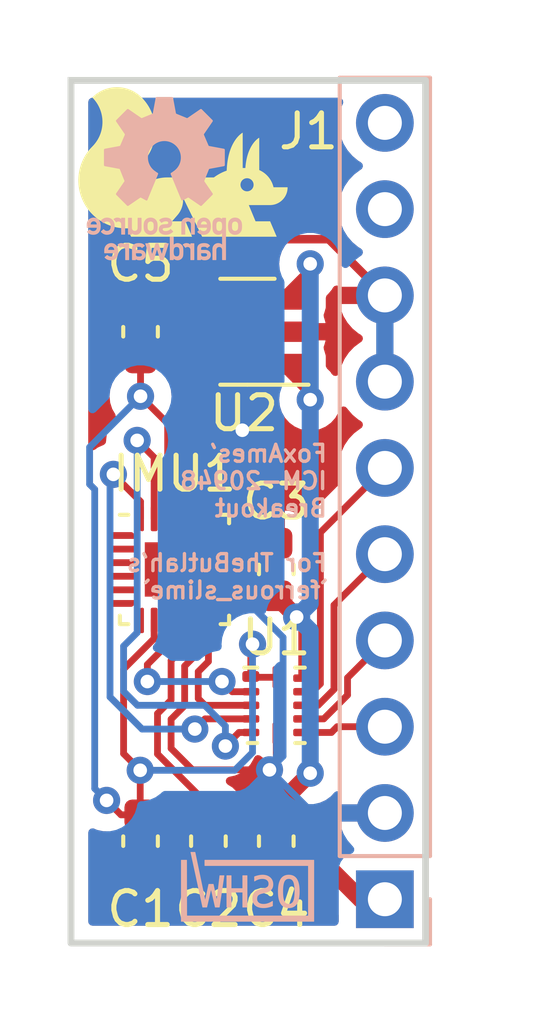
<source format=kicad_pcb>
(kicad_pcb (version 20211014) (generator pcbnew)
  (layers (0 "F.Cu" signal) (31 "B.Cu" signal) (34 "B.Paste" user) (35 "F.Paste" user) (36 "B.SilkS" user "B.Silkscreen") (37 "F.SilkS" user "F.Silkscreen") (38 "B.Mask" user) (39 "F.Mask" user) (44 "Edge.Cuts" user))
  (net 0 "")
  (net 1 "VDD_3.3V")
  (net 2 "GND")
  (net 3 "SCL_3.3V")
  (net 4 "SDA_3.3V")
  (net 5 "INT1_3.3V")
  (net 6 "AD0_3.3V")
  (net 9 "VDDIO")
  (net 10 "AD0")
  (net 11 "INT1")
  (net 12 "SDA")
  (net 13 "SCL")
  (net 14 "Net-(C2-Pad1)")
  (footprint "Package_TO_SOT_SMD:SOT-23-5" (layer "F.Cu") (at 95.2 57.4 180)
    (fp_text reference "U2")
    (fp_text value "NCP163ASN180T1G")
  )
  (footprint "Capacitor_SMD:C_0603_1608Metric" (layer "F.Cu") (at 94.05 72.4 -90)
    (fp_text reference "C2")
    (fp_text value "0.1uF 10% 2V")
  )
  (footprint "Capacitor_SMD:C_0603_1608Metric" (layer "F.Cu") (at 92.05 57.4 90)
    (fp_text reference "C5")
    (fp_text value "0.1uF")
  )
  (footprint "extra:XQFN12" (layer "F.Cu") (at 96.05 68.4)
    (fp_text reference "U1")
    (fp_text value "NTS0104BQ,115")
  )
  (footprint "Capacitor_SMD:C_0603_1608Metric" (layer "F.Cu") (at 96.05 72.4 -90)
    (fp_text reference "C4")
    (fp_text value "0.1uF")
  )
  (footprint "Package_DFN_QFN:QFN-24-1EP_3x3mm_P0.4mm_EP1.75x1.6mm" (layer "F.Cu") (at 93.05 64.4)
    (fp_text reference "IMU1")
    (fp_text value "ICM-20948")
  )
  (footprint "Capacitor_SMD:C_0603_1608Metric" (layer "F.Cu") (at 92.05 72.4 -90)
    (fp_text reference "C1")
    (fp_text value "0.1uF")
  )
  (footprint "Capacitor_SMD:C_0603_1608Metric" (layer "F.Cu") (at 96.05 64.4 90)
    (fp_text reference "C3")
    (fp_text value "0.1uF")
  )
  (footprint "Connector_PinSocket_2.54mm:PinSocket_1x10_P2.54mm_Vertical" (layer "B.Cu") (at 99.25 74.11)
    (fp_text reference "J1")
    (fp_text value "Conn_01x10")
  )
  (gr_poly (pts (xy 92.340184 54.04921) (xy 92.333502 54.049483) (xy 92.326992 54.04993) (xy 92.320651 54.050544) (xy 92.314477 54.05132) (xy 92.308468 54.052251) (xy 92.302622 54.053331) (xy 92.296935 54.054553) (xy 92.291407 54.055911) (xy 92.286034 54.057399) (xy 92.280815 54.05901) (xy 92.275748 54.060737) (xy 92.270829 54.062576) (xy 92.266057 54.064518) (xy 92.26143 54.066558) (xy 92.256945 54.06869) (xy 92.248393 54.073203) (xy 92.240383 54.078005) (xy 92.232898 54.083045) (xy 92.225919 54.088274) (xy 92.219428 54.09364) (xy 92.213408 54.099092) (xy 92.207841 54.104579) (xy 92.202708 54.110051) (xy 92.196109 54.117611) (xy 92.190004 54.125242) (xy 92.184386 54.133037) (xy 92.179245 54.141091) (xy 92.17457 54.149495) (xy 92.170352 54.158345) (xy 92.166582 54.167732) (xy 92.163249 54.177751) (xy 92.160345 54.188495) (xy 92.157859 54.200057) (xy 92.155783 54.212531) (xy 92.154105 54.22601) (xy 92.152817 54.240588) (xy 92.151909 54.256358) (xy 92.151371 54.273413) (xy 92.151194 54.291846) (xy 92.151371 54.310434) (xy 92.151909 54.327626) (xy 92.152817 54.343514) (xy 92.154105 54.358195) (xy 92.155783 54.371763) (xy 92.157859 54.384312) (xy 92.160345 54.395937) (xy 92.163249 54.406732) (xy 92.166582 54.416792) (xy 92.170352 54.426211) (xy 92.17457 54.435085) (xy 92.179245 54.443506) (xy 92.184386 54.451571) (xy 92.190004 54.459373) (xy 92.196109 54.467007) (xy 92.202708 54.474568) (xy 92.207841 54.480039) (xy 92.213408 54.485524) (xy 92.219428 54.490974) (xy 92.225919 54.496336) (xy 92.232898 54.501561) (xy 92.240383 54.506597) (xy 92.248393 54.511394) (xy 92.256945 54.515902) (xy 92.266057 54.520069) (xy 92.275748 54.523845) (xy 92.286035 54.527179) (xy 92.296935 54.530021) (xy 92.308468 54.532319) (xy 92.320651 54.534024) (xy 92.333502 54.535084) (xy 92.347039 54.535448) (xy 92.353889 54.535356) (xy 92.360566 54.535084) (xy 92.367072 54.534637) (xy 92.373409 54.534024) (xy 92.379579 54.533249) (xy 92.385585 54.532319) (xy 92.391428 54.531241) (xy 92.397112 54.530021) (xy 92.402637 54.528665) (xy 92.408007 54.527179) (xy 92.413224 54.525571) (xy 92.41829 54.523845) (xy 92.423207 54.522009) (xy 92.427977 54.520069) (xy 92.432603 54.518031) (xy 92.437087 54.515902) (xy 92.445636 54.511395) (xy 92.453645 54.506597) (xy 92.461129 54.501561) (xy 92.468107 54.496336) (xy 92.474597 54.490974) (xy 92.480616 54.485525) (xy 92.486184 54.480039) (xy 92.491316 54.474568) (xy 92.497917 54.467007) (xy 92.504023 54.459374) (xy 92.509643 54.451573) (xy 92.514788 54.44351) (xy 92.519467 54.43509) (xy 92.523689 54.426218) (xy 92.527464 54.4168) (xy 92.530802 54.406742) (xy 92.533711 54.395948) (xy 92.536201 54.384324) (xy 92.538283 54.371775) (xy 92.539964 54.358206) (xy 92.541256 54.343524) (xy 92.542166 54.327633) (xy 92.542706 54.310439) (xy 92.542883 54.291846) (xy 92.44729 54.291846) (xy 92.447222 54.30427) (xy 92.447013 54.31559) (xy 92.446652 54.325891) (xy 92.44613 54.335256) (xy 92.445438 54.343771) (xy 92.444566 54.351517) (xy 92.443504 54.35858) (xy 92.442243 54.365043) (xy 92.440772 54.370991) (xy 92.439083 54.376506) (xy 92.437166 54.381673) (xy 92.435011 54.386575) (xy 92.432609 54.391298) (xy 92.429949 54.395923) (xy 92.427023 54.400536) (xy 92.423821 54.40522) (xy 92.421012 54.408858) (xy 92.417847 54.41237) (xy 92.414345 54.415741) (xy 92.410525 54.418956) (xy 92.406408 54.422) (xy 92.402013 54.424858) (xy 92.397358 54.427515) (xy 92.392465 54.429956) (xy 92.387351 54.432166) (xy 92.382037 54.43413) (xy 92.376543 54.435833) (xy 92.370887 54.43726) (xy 92.365089 54.438396) (xy 92.359169 54.439225) (xy 92.353145 54.439734) (xy 92.347039 54.439907) (xy 92.340924 54.439734) (xy 92.334894 54.439224) (xy 92.328969 54.438393) (xy 92.323168 54.437256) (xy 92.31751 54.435827) (xy 92.312015 54.434123) (xy 92.3067 54.432157) (xy 92.301587 54.429946) (xy 92.296693 54.427504) (xy 92.292038 54.424846) (xy 92.287642 54.421988) (xy 92.283523 54.418945) (xy 92.2797 54.415731) (xy 92.276194 54.412363) (xy 92.273022 54.408854) (xy 92.271567 54.407052) (xy 92.270204 54.40522) (xy 92.267002 54.400537) (xy 92.264078 54.395925) (xy 92.261421 54.391304) (xy 92.259022 54.38659) (xy 92.256871 54.381701) (xy 92.254958 54.376555) (xy 92.253274 54.371068) (xy 92.251809 54.365159) (xy 92.250552 54.358745) (xy 92.249495 54.351743) (xy 92.248627 54.344072) (xy 92.247939 54.335647) (xy 92.247421 54.326387) (xy 92.247063 54.31621) (xy 92.246788 54.292773) (xy 92.246855 54.280349) (xy 92.247063 54.269027) (xy 92.247421 54.258724) (xy 92.247939 54.249355) (xy 92.248627 54.240838) (xy 92.249495 54.233088) (xy 92.250552 54.226022) (xy 92.251809 54.219556) (xy 92.253274 54.213606) (xy 92.254958 54.20809) (xy 92.256871 54.202923) (xy 92.259022 54.198021) (xy 92.261421 54.193301) (xy 92.264078 54.18868) (xy 92.267002 54.184074) (xy 92.270204 54.179398) (xy 92.273022 54.17576) (xy 92.276194 54.172248) (xy 92.2797 54.168878) (xy 92.283523 54.165663) (xy 92.287642 54.162619) (xy 92.292038 54.159761) (xy 92.296693 54.157104) (xy 92.301587 54.154663) (xy 92.3067 54.152453) (xy 92.312015 54.150489) (xy 92.31751 54.148786) (xy 92.323168 54.147359) (xy 92.328969 54.146223) (xy 92.334894 54.145393) (xy 92.340924 54.144884) (xy 92.347039 54.144711) (xy 92.353145 54.144885) (xy 92.359169 54.145394) (xy 92.365089 54.146226) (xy 92.370887 54.147363) (xy 92.376543 54.148792) (xy 92.382037 54.150496) (xy 92.387351 54.152462) (xy 92.392465 54.154673) (xy 92.397358 54.157115) (xy 92.402013 54.159773) (xy 92.406408 54.162631) (xy 92.410525 54.165674) (xy 92.414345 54.168887) (xy 92.417847 54.172256) (xy 92.421012 54.175765) (xy 92.422462 54.177567) (xy 92.423821 54.179398) (xy 92.427023 54.184073) (xy 92.429949 54.188678) (xy 92.432609 54.193295) (xy 92.435011 54.198006) (xy 92.437166 54.202894) (xy 92.439083 54.208041) (xy 92.440772 54.213529) (xy 92.442243 54.21944) (xy 92.443504 54.225857) (xy 92.444566 54.232862) (xy 92.445438 54.240537) (xy 92.44613 54.248965) (xy 92.446652 54.258227) (xy 92.447013 54.268407) (xy 92.44729 54.291846) (xy 92.542883 54.291846) (xy 92.542706 54.273413) (xy 92.542166 54.256359) (xy 92.541256 54.24059) (xy 92.539964 54.226014) (xy 92.538283 54.212537) (xy 92.536201 54.200064) (xy 92.533711 54.188504) (xy 92.530802 54.177761) (xy 92.527464 54.167743) (xy 92.523689 54.158356) (xy 92.519467 54.149507) (xy 92.514788 54.141102) (xy 92.509643 54.133047) (xy 92.504023 54.125249) (xy 92.497917 54.117615) (xy 92.491316 54.110051) (xy 92.486184 54.104579) (xy 92.480616 54.099092) (xy 92.474597 54.09364) (xy 92.468107 54.088274) (xy 92.461129 54.083046) (xy 92.453644 54.078005) (xy 92.445636 54.073203) (xy 92.437086 54.06869) (xy 92.427977 54.064518) (xy 92.41829 54.060737) (xy 92.408007 54.057399) (xy 92.397112 54.054553) (xy 92.385585 54.052251) (xy 92.373409 54.050544) (xy 92.360566 54.049483) (xy 92.347039 54.049118)) (layer "B.SilkS") (width 0.02) (fill solid))
  (gr_poly (pts (xy 93.396044 54.799692) (xy 93.389062 54.800176) (xy 93.382224 54.800974) (xy 93.375523 54.802075) (xy 93.368956 54.803474) (xy 93.362515 54.80516) (xy 93.356195 54.807127) (xy 93.349991 54.809365) (xy 93.343898 54.811866) (xy 93.337908 54.814623) (xy 93.332018 54.817628) (xy 93.326221 54.820871) (xy 93.320511 54.824345) (xy 93.314883 54.828041) (xy 93.309332 54.831951) (xy 93.303852 54.836068) (xy 93.373172 54.918539) (xy 93.377316 54.915489) (xy 93.381328 54.912676) (xy 93.385229 54.910095) (xy 93.389044 54.907739) (xy 93.392792 54.905604) (xy 93.396496 54.903683) (xy 93.400178 54.901972) (xy 93.403861 54.900464) (xy 93.407565 54.899155) (xy 93.411313 54.898038) (xy 93.415128 54.897108) (xy 93.41903 54.89636) (xy 93.423042 54.895787) (xy 93.427186 54.895385) (xy 93.431484 54.895148) (xy 93.435958 54.89507) (xy 93.444722 54.895424) (xy 93.453398 54.896496) (xy 93.461921 54.898298) (xy 93.470224 54.900845) (xy 93.474273 54.902402) (xy 93.478242 54.90415) (xy 93.482124 54.906091) (xy 93.485909 54.908226) (xy 93.48959 54.910558) (xy 93.493158 54.913087) (xy 93.496606 54.915817) (xy 93.499924 54.918747) (xy 93.503106 54.921881) (xy 93.506141 54.925219) (xy 93.509023 54.928763) (xy 93.511743 54.932516) (xy 93.514293 54.936479) (xy 93.516664 54.940653) (xy 93.518849 54.94504) (xy 93.520838 54.949642) (xy 93.522625 54.95446) (xy 93.5242 54.959497) (xy 93.525555 54.964754) (xy 93.526682 54.970232) (xy 93.527573 54.975933) (xy 93.52822 54.98186) (xy 93.528614 54.988013) (xy 93.528747 54.994395) (xy 93.528747 55.280224) (xy 93.624315 55.280224) (xy 93.624315 54.805164) (xy 93.528747 54.805164) (xy 93.528747 54.855753) (xy 93.526869 54.855753) (xy 93.521095 54.848947) (xy 93.515022 54.842581) (xy 93.508657 54.836652) (xy 93.502009 54.831162) (xy 93.495086 54.826111) (xy 93.487897 54.821499) (xy 93.480449 54.817326) (xy 93.472752 54.813592) (xy 93.464813 54.810296) (xy 93.45664 54.80744) (xy 93.448243 54.805023) (xy 93.439629 54.803045) (xy 93.430808 54.801507) (xy 93.421786 54.800408) (xy 93.412573 54.799749) (xy 93.403176 54.799529)) (layer "B.SilkS") (width 0.02) (fill solid))
  (gr_poly (pts (xy 92.67917 55.137798) (xy 92.677292 55.137798) (xy 92.569553 54.805164) (xy 92.500206 54.805164) (xy 92.392468 55.137798) (xy 92.390536 55.137798) (xy 92.299705 54.805164) (xy 92.198475 54.805164) (xy 92.35024 55.280224) (xy 92.434616 55.280224) (xy 92.533941 54.947563) (xy 92.535819 54.947563) (xy 92.635143 55.280224) (xy 92.719466 55.280224) (xy 92.871258 54.805164) (xy 92.770081 54.805164)) (layer "B.SilkS") (width 0.02) (fill solid))
  (gr_poly (pts (xy 95.062482 73.79583) (xy 94.719555 73.79583) (xy 94.719555 73.416312) (xy 94.593672 73.416312) (xy 94.593672 74.342142) (xy 94.719555 74.342142) (xy 94.719555 73.90124) (xy 95.062482 73.90124) (xy 95.062482 74.342142) (xy 95.188366 74.342142) (xy 95.188366 73.416312) (xy 95.062482 73.416312)) (layer "B.SilkS") (width 0.02) (fill solid))
  (gr_poly (pts (xy 92.779646 54.049465) (xy 92.764927 54.050336) (xy 92.750794 54.051767) (xy 92.737221 54.053742) (xy 92.724182 54.056245) (xy 92.71165 54.059258) (xy 92.699599 54.062766) (xy 92.688004 54.066752) (xy 92.676837 54.071199) (xy 92.666073 54.076091) (xy 92.655685 54.081412) (xy 92.645648 54.087144) (xy 92.635934 54.093272) (xy 92.626518 54.099778) (xy 92.617373 54.106647) (xy 92.608473 54.113861) (xy 92.667476 54.183156) (xy 92.674515 54.178345) (xy 92.681595 54.173743) (xy 92.688733 54.169366) (xy 92.695948 54.165226) (xy 92.703257 54.161338) (xy 92.710677 54.157714) (xy 92.718228 54.154371) (xy 92.725925 54.15132) (xy 92.733789 54.148576) (xy 92.741835 54.146153) (xy 92.750082 54.144065) (xy 92.758547 54.142325) (xy 92.767249 54.140948) (xy 92.776206 54.139947) (xy 92.785434 54.139336) (xy 92.794952 54.139129) (xy 92.800542 54.1392) (xy 92.8059 54.139411) (xy 92.811029 54.139759) (xy 92.815933 54.140241) (xy 92.820615 54.140855) (xy 92.82508 54.141596) (xy 92.82933 54.142463) (xy 92.833369 54.143453) (xy 92.837201 54.144561) (xy 92.84083 54.145787) (xy 92.844258 54.147126) (xy 92.847491 54.148575) (xy 92.85053 54.150132) (xy 92.85338 54.151794) (xy 92.856045 54.153558) (xy 92.858528 54.155421) (xy 92.860833 54.15738) (xy 92.862962 54.159431) (xy 92.864921 54.161573) (xy 92.866712 54.163802) (xy 92.868339 54.166115) (xy 92.869805 54.16851) (xy 92.871115 54.170983) (xy 92.872272 54.173531) (xy 92.873279 54.176152) (xy 92.87414 54.178842) (xy 92.874859 54.181599) (xy 92.875439 54.184419) (xy 92.875884 54.1873) (xy 92.876197 54.190239) (xy 92.876383 54.193233) (xy 92.876444 54.196279) (xy 92.876264 54.20014) (xy 92.875707 54.203975) (xy 92.874747 54.207762) (xy 92.873357 54.211475) (xy 92.871512 54.215089) (xy 92.869185 54.218579) (xy 92.866351 54.221922) (xy 92.864735 54.22353) (xy 92.862983 54.225092) (xy 92.861091 54.226605) (xy 92.859055 54.228065) (xy 92.856873 54.22947) (xy 92.854541 54.230817) (xy 92.852055 54.232101) (xy 92.849414 54.233321) (xy 92.843649 54.235555) (xy 92.83722 54.237493) (xy 92.8301 54.23911) (xy 92.822264 54.240382) (xy 92.813684 54.241285) (xy 92.734971 54.246868) (xy 92.725916 54.247638) (xy 92.717204 54.248715) (xy 92.708831 54.250091) (xy 92.700794 54.25176) (xy 92.693088 54.253715) (xy 92.68571 54.255948) (xy 92.678658 54.258453) (xy 92.671926 54.261223) (xy 92.665511 54.264251) (xy 92.65941 54.26753) (xy 92.65362 54.271053) (xy 92.648135 54.274814) (xy 92.642954 54.278806) (xy 92.638072 54.283021) (xy 92.633485 54.287453) (xy 92.62919 54.292095) (xy 92.625184 54.29694) (xy 92.621463 54.301981) (xy 92.618022 54.307211) (xy 92.614859 54.312623) (xy 92.61197 54.318212) (xy 92.609351 54.323968) (xy 92.606999 54.329887) (xy 92.60491 54.33596) (xy 92.60308 54.342181) (xy 92.601506 54.348543) (xy 92.59911 54.361663) (xy 92.597694 54.375265) (xy 92.597229 54.389293) (xy 92.597479 54.397876) (xy 92.598224 54.406226) (xy 92.599451 54.41434) (xy 92.601149 54.422215) (xy 92.603307 54.429849) (xy 92.605913 54.437239) (xy 92.608956 54.444384) (xy 92.612425 54.451279) (xy 92.616309 54.457923) (xy 92.620596 54.464314) (xy 92.625275 54.470447) (xy 92.630334 54.476322) (xy 92.635763 54.481935) (xy 92.641549 54.487284) (xy 92.647682 54.492367) (xy 92.654151 54.49718) (xy 92.660943 54.501721) (xy 92.668048 54.505988) (xy 92.68315 54.513688) (xy 92.699367 54.520259) (xy 92.716607 54.525682) (xy 92.734782 54.529936) (xy 92.753799 54.532999) (xy 92.773568 54.534852) (xy 92.793999 54.535475) (xy 92.808339 54.535145) (xy 92.82254 54.534155) (xy 92.836596 54.532502) (xy 92.8505 54.530187) (xy 92.864245 54.527207) (xy 92.877824 54.523562) (xy 92.89123 54.519249) (xy 92.904456 54.514268) (xy 92.917496 54.508618) (xy 92.930342 54.502296) (xy 92.942987 54.495302) (xy 92.955426 54.487634) (xy 92.96765 54.479291) (xy 92.979653 54.470272) (xy 92.991427 54.460575) (xy 93.002967 54.450199) (xy 92.936451 54.384636) (xy 92.928674 54.391965) (xy 92.920787 54.398829) (xy 92.912768 54.405228) (xy 92.904596 54.41116) (xy 92.896247 54.416624) (xy 92.887701 54.421619) (xy 92.878935 54.426144) (xy 92.869928 54.430197) (xy 92.860657 54.433778) (xy 92.8511 54.436885) (xy 92.841237 54.439518) (xy 92.831043 54.441674) (xy 92.820499 54.443353) (xy 92.809581 54.444554) (xy 92.798268 54.445275) (xy 92.786538 54.445516) (xy 92.78149 54.445456) (xy 92.776534 54.445275) (xy 92.771674 54.444974) (xy 92.766916 54.444553) (xy 92.762262 54.444012) (xy 92.757719 54.443351) (xy 92.753289 54.44257) (xy 92.748979 54.44167) (xy 92.744792 54.440651) (xy 92.740733 54.439512) (xy 92.736805 54.438255) (xy 92.733015 54.436878) (xy 92.729366 54.435383) (xy 92.725862 54.433769) (xy 92.722509 54.432037) (xy 92.719311 54.430187) (xy 92.716271 54.428219) (xy 92.713395 54.426132) (xy 92.710687 54.423928) (xy 92.708152 54.421607) (xy 92.705794 54.419168) (xy 92.703618 54.416612) (xy 92.701627 54.413938) (xy 92.699827 54.411148) (xy 92.698222 54.408241) (xy 92.696816 54.405218) (xy 92.695615 54.402078) (xy 92.694621 54.398821) (xy 92.693841 54.395449) (xy 92.693278 54.39196) (xy 92.692937 54.388356) (xy 92.692822 54.384636) (xy 92.692896 54.381541) (xy 92.693114 54.378581) (xy 92.693474 54.375752) (xy 92.693972 54.373051) (xy 92.694606 54.370476) (xy 92.695371 54.368023) (xy 92.696264 54.36569) (xy 92.697284 54.363473) (xy 92.698425 54.361371) (xy 92.699685 54.359379) (xy 92.701061 54.357496) (xy 92.702549 54.355718) (xy 92.704146 54.354042) (xy 92.705849 54.352465) (xy 92.707655 54.350985) (xy 92.709561 54.349599) (xy 92.711562 54.348303) (xy 92.713657 54.347095) (xy 92.718112 54.34493) (xy 92.7229 54.343082) (xy 92.727994 54.341528) (xy 92.73337 54.340243) (xy 92.739001 54.339206) (xy 92.744862 54.338392) (xy 92.750925 54.337778) (xy 92.835274 54.33029) (xy 92.849778 54.328589) (xy 92.863744 54.325951) (xy 92.870508 54.324283) (xy 92.877117 54.322384) (xy 92.883565 54.320255) (xy 92.889844 54.317898) (xy 92.895947 54.315312) (xy 92.901868 54.3125) (xy 92.907599 54.309462) (xy 92.913135 54.306199) (xy 92.918467 54.302712) (xy 92.923589 54.299003) (xy 92.928495 54.295072) (xy 92.933177 54.29092) (xy 92.937628 54.286549) (xy 92.941842 54.28196) (xy 92.945812 54.277153) (xy 92.94953 54.272129) (xy 92.952991 54.266891) (xy 92.956187 54.261438) (xy 92.95911 54.255772) (xy 92.961756 54.249893) (xy 92.964116 54.243804) (xy 92.966183 54.237504) (xy 92.967951 54.230995) (xy 92.969414 54.224279) (xy 92.970563 54.217355) (xy 92.971392 54.210225) (xy 92.971895 54.202891) (xy 92.972064 54.195353) (xy 92.97184 54.186441) (xy 92.971176 54.177805) (xy 92.970082 54.169444) (xy 92.968567 54.16136) (xy 92.96664 54.153552) (xy 92.964312 54.146021) (xy 92.961593 54.138767) (xy 92.958492 54.131792) (xy 92.955019 54.125096) (xy 92.951184 54.118679) (xy 92.946996 54.112541) (xy 92.942466 54.106684) (xy 92.937603 54.101107) (xy 92.932417 54.095812) (xy 92.926918 54.090798) (xy 92.921115 54.086067) (xy 92.915018 54.081618) (xy 92.908638 54.077453) (xy 92.901984 54.073571) (xy 92.895065 54.069974) (xy 92.887891 54.066662) (xy 92.880473 54.063635) (xy 92.864941 54.058438) (xy 92.848547 54.05439) (xy 92.83137 54.051493) (xy 92.813488 54.049752) (xy 92.794978 54.049171)) (layer "B.SilkS") (width 0.02) (fill solid))
  (gr_poly (pts (xy 93.905502 54.8) (xy 93.884899 54.801449) (xy 93.865283 54.803934) (xy 93.855864 54.805582) (xy 93.846716 54.80751) (xy 93.837846 54.809725) (xy 93.829263 54.812234) (xy 93.820975 54.815044) (xy 93.81299 54.818161) (xy 93.805316 54.821594) (xy 93.797961 54.825349) (xy 93.790932 54.829432) (xy 93.784239 54.833852) (xy 93.777889 54.838615) (xy 93.77189 54.843728) (xy 93.76625 54.849198) (xy 93.760978 54.855032) (xy 93.756081 54.861238) (xy 93.751568 54.867821) (xy 93.747446 54.87479) (xy 93.743724 54.882151) (xy 93.74041 54.889911) (xy 93.737511 54.898078) (xy 93.735036 54.906658) (xy 93.732993 54.915658) (xy 93.73139 54.925086) (xy 93.730235 54.934948) (xy 93.729536 54.945252) (xy 93.729302 54.956004) (xy 93.729302 55.280224) (xy 93.824895 55.280224) (xy 93.824895 55.238049) (xy 93.826774 55.238049) (xy 93.830619 55.243997) (xy 93.834799 55.249531) (xy 93.839342 55.254655) (xy 93.844276 55.259372) (xy 93.849627 55.263688) (xy 93.855424 55.267606) (xy 93.861693 55.271132) (xy 93.868462 55.274268) (xy 93.875759 55.277019) (xy 93.88361 55.27939) (xy 93.892044 55.281384) (xy 93.901088 55.283007) (xy 93.910768 55.284261) (xy 93.921113 55.285152) (xy 93.932149 55.285683) (xy 93.943905 55.28586) (xy 93.953702 55.285677) (xy 93.963238 55.285134) (xy 93.972509 55.28424) (xy 93.981513 55.283001) (xy 93.990245 55.281426) (xy 93.998703 55.279522) (xy 94.006883 55.277298) (xy 94.014782 55.274761) (xy 94.022397 55.271919) (xy 94.029725 55.268781) (xy 94.036761 55.265353) (xy 94.043504 55.261645) (xy 94.04995 55.257663) (xy 94.056096 55.253416) (xy 94.061937 55.248912) (xy 94.067472 55.244158) (xy 94.072696 55.239163) (xy 94.077608 55.233934) (xy 94.082202 55.228479) (xy 94.086476 55.222806) (xy 94.090427 55.216923) (xy 94.094052 55.210837) (xy 94.097347 55.204558) (xy 94.100308 55.198092) (xy 94.102934 55.191448) (xy 94.10522 55.184633) (xy 94.107163 55.177656) (xy 94.108761 55.170523) (xy 94.110009 55.163244) (xy 94.110904 55.155826) (xy 94.111444 55.148276) (xy 94.111624 55.140604) (xy 94.111523 55.13592) (xy 94.021692 55.13592) (xy 94.021392 55.141839) (xy 94.020478 55.147635) (xy 94.01893 55.153272) (xy 94.016726 55.158716) (xy 94.015372 55.161354) (xy 94.013846 55.16393) (xy 94.012147 55.166439) (xy 94.010271 55.168878) (xy 94.008216 55.171241) (xy 94.005979 55.173524) (xy 94.003557 55.175723) (xy 94.000949 55.177833) (xy 93.998152 55.17985) (xy 93.995162 55.18177) (xy 93.991978 55.183587) (xy 93.988596 55.185297) (xy 93.985015 55.186897) (xy 93.981232 55.18838) (xy 93.977244 55.189744) (xy 93.973048 55.190983) (xy 93.964024 55.193069) (xy 93.95414 55.194604) (xy 93.943375 55.195551) (xy 93.931708 55.195875) (xy 93.917384 55.195762) (xy 93.904253 55.195369) (xy 93.892277 55.19461) (xy 93.88142 55.193403) (xy 93.8764 55.192605) (xy 93.871645 55.191663) (xy 93.867151 55.190567) (xy 93.862914 55.189307) (xy 93.858928 55.187872) (xy 93.85519 55.186251) (xy 93.851694 55.184434) (xy 93.848437 55.182411) (xy 93.845412 55.18017) (xy 93.842617 55.177702) (xy 93.840045 55.174997) (xy 93.837693 55.172043) (xy 93.835555 55.16883) (xy 93.833628 55.165347) (xy 93.831906 55.161585) (xy 93.830385 55.157533) (xy 93.829061 55.153179) (xy 93.827928 55.148515) (xy 93.826982 55.143528) (xy 93.826219 55.13821) (xy 93.825633 55.132549) (xy 93.82522 55.126534) (xy 93.824976 55.120156) (xy 93.824895 55.113404) (xy 93.824895 55.078717) (xy 93.939195 55.078717) (xy 93.944381 55.078783) (xy 93.949392 55.078978) (xy 93.954228 55.079302) (xy 93.95889 55.079752) (xy 93.96338 55.080327) (xy 93.967697 55.081024) (xy 93.971842 55.081841) (xy 93.975816 55.082777) (xy 93.97962 55.08383) (xy 93.983255 55.084998) (xy 93.98672 55.086279) (xy 93.990017 55.08767) (xy 93.993147 55.089171) (xy 93.99611 55.09078) (xy 93.998907 55.092494) (xy 94.001538 55.094311) (xy 94.004004 55.09623) (xy 94.006307 55.098248) (xy 94.008445 55.100365) (xy 94.010422 55.102577) (xy 94.012236 55.104884) (xy 94.013888 55.107282) (xy 94.01538 55.109771) (xy 94.016713 55.112348) (xy 94.017885 55.115012) (xy 94.0189 55.11776) (xy 94.019756 55.120591) (xy 94.020455 55.123503) (xy 94.020997 55.126494) (xy 94.021384 55.129561) (xy 94.021615 55.132704) (xy 94.021692 55.13592) (xy 94.111523 55.13592) (xy 94.111471 55.133524) (xy 94.11101 55.12652) (xy 94.110243 55.119601) (xy 94.10917 55.112777) (xy 94.107792 55.106057) (xy 94.106109 55.099453) (xy 94.104122 55.092972) (xy 94.101831 55.086626) (xy 94.099236 55.080424) (xy 94.096339 55.074375) (xy 94.093139 55.06849) (xy 94.089638 55.062778) (xy 94.085835 55.05725) (xy 94.081732 55.051914) (xy 94.077328 55.046781) (xy 94.072625 55.041861) (xy 94.067622 55.037163) (xy 94.062321 55.032697) (xy 94.056722 55.028473) (xy 94.050824 55.0245) (xy 94.04463 55.020789) (xy 94.038139 55.01735) (xy 94.031352 55.014191) (xy 94.02427 55.011324) (xy 94.016892 55.008757) (xy 94.00922 55.0065) (xy 94.001253 55.004564) (xy 93.992993 55.002958) (xy 93.98444 55.001692) (xy 93.975595 55.000775) (xy 93.966457 55.000218) (xy 93.957028 55.00003) (xy 93.824895 55.00003) (xy 93.824895 54.950368) (xy 93.825238 54.942276) (xy 93.82567 54.938478) (xy 93.826277 54.934844) (xy 93.827062 54.931369) (xy 93.828027 54.928052) (xy 93.829174 54.924891) (xy 93.830503 54.921883) (xy 93.832018 54.919026) (xy 93.833721 54.916316) (xy 93.835612 54.913753) (xy 93.837694 54.911334) (xy 93.839969 54.909056) (xy 93.842439 54.906916) (xy 93.845105 54.904913) (xy 93.84797 54.903044) (xy 93.851036 54.901307) (xy 93.854303 54.899699) (xy 93.861453 54.896862) (xy 93.869434 54.894513) (xy 93.878261 54.892634) (xy 93.887951 54.891206) (xy 93.898518 54.890209) (xy 93.909976 54.889625) (xy 93.922341 54.889434) (xy 93.931351 54.889547) (xy 93.939774 54.889892) (xy 93.94764 54.890483) (xy 93.954979 54.891331) (xy 93.958459 54.891855) (xy 93.961817 54.892448) (xy 93.965058 54.893112) (xy 93.968185 54.893848) (xy 93.971202 54.894657) (xy 93.974111 54.895541) (xy 93.976917 54.896502) (xy 93.979624 54.897541) (xy 93.982234 54.898659) (xy 93.984752 54.899859) (xy 93.987181 54.901141) (xy 93.989524 54.902507) (xy 93.991786 54.903959) (xy 93.99397 54.905499) (xy 93.996079 54.907127) (xy 93.998117 54.908845) (xy 94.000088 54.910656) (xy 94.001995 54.912559) (xy 94.003842 54.914558) (xy 94.005632 54.916653) (xy 94.00737 54.918845) (xy 94.009058 54.921138) (xy 94.0107 54.923531) (xy 94.0123 54.926027) (xy 94.087256 54.868876) (xy 94.080218 54.859752) (xy 94.072802 54.851357) (xy 94.065005 54.843672) (xy 94.056821 54.836676) (xy 94.048248 54.830352) (xy 94.039281 54.82468) (xy 94.029916 54.81964) (xy 94.020148 54.815212) (xy 94.009974 54.811378) (xy 93.999389 54.808118) (xy 93.988389 54.805413) (xy 93.976971 54.803243) (xy 93.965129 54.801589) (xy 93.952861 54.800432) (xy 93.94016 54.799751) (xy 93.927025 54.799529)) (layer "B.SilkS") (width 0.02) (fill solid))
  (gr_poly (pts (xy 91.175856 54.799729) (xy 91.166159 54.800405) (xy 91.156572 54.801525) (xy 91.14711 54.803083) (xy 91.137786 54.805073) (xy 91.128616 54.807487) (xy 91.119612 54.810322) (xy 91.110789 54.81357) (xy 91.102161 54.817226) (xy 91.093742 54.821283) (xy 91.085546 54.825736) (xy 91.077587 54.830579) (xy 91.06988 54.835805) (xy 91.062437 54.841409) (xy 91.055274 54.847384) (xy 91.048404 54.853725) (xy 91.041842 54.860426) (xy 91.035601 54.86748) (xy 91.029696 54.874882) (xy 91.02414 54.882625) (xy 91.018948 54.890704) (xy 91.014134 54.899112) (xy 91.009711 54.907844) (xy 91.005695 54.916894) (xy 91.002098 54.926255) (xy 90.998935 54.935922) (xy 90.99622 54.945888) (xy 90.993968 54.956148) (xy 90.992191 54.966696) (xy 90.990905 54.977525) (xy 90.990122 54.988629) (xy 90.989859 55.000003) (xy 90.989859 55.07877) (xy 91.285901 55.07877) (xy 91.285762 55.085945) (xy 91.285349 55.092895) (xy 91.284666 55.09962) (xy 91.283721 55.10612) (xy 91.282517 55.112394) (xy 91.281061 55.118443) (xy 91.279358 55.124265) (xy 91.277413 55.129862) (xy 91.275233 55.135232) (xy 91.272822 55.140376) (xy 91.270186 55.145293) (xy 91.26733 55.149983) (xy 91.26426 55.154447) (xy 91.260981 55.158683) (xy 91.257499 55.162692) (xy 91.25382 55.166473) (xy 91.249948 55.170026) (xy 91.24589 55.173352) (xy 91.24165 55.176449) (xy 91.237234 55.179318) (xy 91.232648 55.181959) (xy 91.227898 55.184371) (xy 91.222988 55.186554) (xy 91.217923 55.188509) (xy 91.212711 55.190234) (xy 91.207355 55.191729) (xy 91.201862 55.192995) (xy 91.196238 55.194031) (xy 91.190486 55.194838) (xy 91.184613 55.195414) (xy 91.178625 55.195759) (xy 91.172527 55.195875) (xy 91.165655 55.195679) (xy 91.158737 55.195095) (xy 91.151793 55.19413) (xy 91.144842 55.192791) (xy 91.137908 55.191084) (xy 91.131009 55.189016) (xy 91.124166 55.186593) (xy 91.117401 55.183823) (xy 91.110734 55.180712) (xy 91.104185 55.177266) (xy 91.097776 55.173493) (xy 91.091527 55.169398) (xy 91.085459 55.164989) (xy 91.079592 55.160273) (xy 91.073948 55.155255) (xy 91.068546 55.149943) (xy 90.999199 55.208998) (xy 91.008146 55.218817) (xy 91.017406 55.227903) (xy 91.026961 55.236269) (xy 91.036796 55.243931) (xy 91.046894 55.2509) (xy 91.057239 55.257191) (xy 91.067814 55.262819) (xy 91.078603 55.267795) (xy 91.08959 55.272135) (xy 91.100757 55.275852) (xy 91.11209 55.278959) (xy 91.12357 55.28147) (xy 91.135183 55.2834) (xy 91.146911 55.284761) (xy 91.158738 55.285568) (xy 91.170648 55.285833) (xy 91.189079 55.285259) (xy 91.207693 55.283438) (xy 91.226301 55.280222) (xy 91.244714 55.275462) (xy 91.262742 55.269011) (xy 91.271553 55.265105) (xy 91.280196 55.26072) (xy 91.288648 55.255838) (xy 91.296886 55.250441) (xy 91.304886 55.24451) (xy 91.312624 55.238026) (xy 91.320076 55.230972) (xy 91.327219 55.223327) (xy 91.334029 55.215075) (xy 91.340482 55.206196) (xy 91.346555 55.196672) (xy 91.352225 55.186484) (xy 91.357466 55.175614) (xy 91.362257 55.164043) (xy 91.366572 55.151753) (xy 91.370389 55.138726) (xy 91.373684 55.124942) (xy 91.376433 55.110383) (xy 91.378612 55.095031) (xy 91.380197 55.078867) (xy 91.381166 55.061873) (xy 91.381495 55.04403) (xy 91.381193 55.02709) (xy 91.380304 55.010867) (xy 91.379287 55.00003) (xy 91.285901 55.00003) (xy 91.0854 55.00003) (xy 91.085772 54.993364) (xy 91.086366 54.986897) (xy 91.087176 54.98063) (xy 91.088199 54.974562) (xy 91.08943 54.968696) (xy 91.090865 54.963031) (xy 91.092499 54.957569) (xy 91.094329 54.95231) (xy 91.09635 54.947256) (xy 91.098558 54.942407) (xy 91.100948 54.937765) (xy 91.103516 54.933329) (xy 91.106257 54.929102) (xy 91.109169 54.925083) (xy 91.112245 54.921274) (xy 91.115483 54.917675) (xy 91.118877 54.914288) (xy 91.122423 54.911113) (xy 91.126117 54.908151) (xy 91.129955 54.905403) (xy 91.133932 54.90287) (xy 91.138045 54.900552) (xy 91.142288 54.898452) (xy 91.146657 54.896568) (xy 91.151149 54.894903) (xy 91.155759 54.893457) (xy 91.160482 54.892232) (xy 91.165314 54.891227) (xy 91.170251 54.890444) (xy 91.175289 54.889883) (xy 91.180424 54.889547) (xy 91.18565 54.889434) (xy 91.190879 54.889547) (xy 91.196021 54.889883) (xy 91.201071 54.890444) (xy 91.206024 54.891227) (xy 91.210876 54.892232) (xy 91.215621 54.893457) (xy 91.220255 54.894903) (xy 91.224773 54.896568) (xy 91.229171 54.898452) (xy 91.233442 54.900552) (xy 91.237584 54.90287) (xy 91.24159 54.905403) (xy 91.245456 54.908151) (xy 91.249177 54.911113) (xy 91.252748 54.914288) (xy 91.256165 54.917675) (xy 91.259423 54.921274) (xy 91.262516 54.925083) (xy 91.265441 54.929102) (xy 91.268192 54.933329) (xy 91.270764 54.937765) (xy 91.273153 54.942407) (xy 91.275354 54.947256) (xy 91.277362 54.95231) (xy 91.279172 54.957569) (xy 91.280779 54.963031) (xy 91.28218 54.968695) (xy 91.283367 54.974562) (xy 91.284338 54.98063) (xy 91.285087 54.986897) (xy 91.28561 54.993364) (xy 91.285901 55.00003) (xy 91.379287 55.00003) (xy 91.378848 54.995352) (xy 91.376846 54.980531) (xy 91.37432 54.966392) (xy 91.371291 54.952925) (xy 91.36778 54.940117) (xy 91.363808 54.927956) (xy 91.359398 54.916431) (xy 91.354569 54.905529) (xy 91.349344 54.895239) (xy 91.343743 54.885549) (xy 91.337788 54.876447) (xy 91.3315 54.867921) (xy 91.324901 54.85996) (xy 91.318011 54.852551) (xy 91.310852 54.845683) (xy 91.303446 54.839344) (xy 91.295813 54.833522) (xy 91.287974 54.828206) (xy 91.279952 54.823382) (xy 91.271767 54.81904) (xy 91.263441 54.815168) (xy 91.254994 54.811754) (xy 91.246449 54.808786) (xy 91.237826 54.806252) (xy 91.229147 54.80414) (xy 91.220433 54.802439) (xy 91.202984 54.800221) (xy 91.18565 54.799502)) (layer "B.SilkS") (width 0.02) (fill solid))
  (gr_poly (pts (xy 95.632404 73.399887) (xy 95.61881 73.400469) (xy 95.605041 73.401438) (xy 95.591098 73.402794) (xy 95.576981 73.404538) (xy 95.562689 73.40667) (xy 95.548223 73.409189) (xy 95.533582 73.412095) (xy 95.518757 73.415235) (xy 95.503739 73.418762) (xy 95.488527 73.422677) (xy 95.473121 73.426979) (xy 95.457521 73.431668) (xy 95.441728 73.436746) (xy 95.42574 73.44221) (xy 95.409558 73.448063) (xy 95.409558 73.575185) (xy 95.423831 73.56632) (xy 95.438123 73.558016) (xy 95.452434 73.550274) (xy 95.466764 73.543095) (xy 95.481114 73.536477) (xy 95.495483 73.530421) (xy 95.509871 73.524927) (xy 95.524278 73.519996) (xy 95.538561 73.515636) (xy 95.552881 73.511857) (xy 95.567241 73.50866) (xy 95.581639 73.506044) (xy 95.596076 73.504009) (xy 95.610552 73.502555) (xy 95.625067 73.501683) (xy 95.63962 73.501392) (xy 95.650559 73.501554) (xy 95.661208 73.502042) (xy 95.671566 73.502853) (xy 95.681633 73.503989) (xy 95.69141 73.50545) (xy 95.700896 73.507235) (xy 95.710091 73.509345) (xy 95.718995 73.51178) (xy 95.727609 73.514539) (xy 95.735932 73.517622) (xy 95.743965 73.521031) (xy 95.751707 73.524763) (xy 95.759158 73.528821) (xy 95.766318 73.533202) (xy 95.773188 73.537909) (xy 95.779767 73.54294) (xy 95.785999 73.54817) (xy 95.79183 73.553628) (xy 95.797258 73.559313) (xy 95.802285 73.565226) (xy 95.806909 73.571367) (xy 95.811131 73.577735) (xy 95.814951 73.584331) (xy 95.818369 73.591155) (xy 95.821385 73.598206) (xy 95.823999 73.605485) (xy 95.82621 73.612992) (xy 95.82802 73.620726) (xy 95.829427 73.628688) (xy 95.830432 73.636878) (xy 95.831035 73.645296) (xy 95.831236 73.653941) (xy 95.831106 73.661501) (xy 95.830713 73.668834) (xy 95.830059 73.675939) (xy 95.829144 73.682816) (xy 95.827966 73.689465) (xy 95.826527 73.695887) (xy 95.824827 73.702081) (xy 95.822865 73.708047) (xy 95.820641 73.713785) (xy 95.818156 73.719296) (xy 95.815409 73.724579) (xy 95.8124 73.729635) (xy 95.80913 73.734463) (xy 95.805598 73.739063) (xy 95.801805 73.743435) (xy 95.79775 73.747579) (xy 95.793259 73.751569) (xy 95.788313 73.755476) (xy 95.782911 73.759301) (xy 95.777054 73.763044) (xy 95.770741 73.766704) (xy 95.763973 73.770282) (xy 95.75675 73.773777) (xy 95.749071 73.77719) (xy 95.740937 73.780521) (xy 95.732348 73.78377) (xy 95.723303 73.786936) (xy 95.713802 73.790019) (xy 95.703847 73.793021) (xy 95.693436 73.79594) (xy 95.68257 73.798776) (xy 95.671248 73.801531) (xy 95.605515 73.816413) (xy 95.589514 73.820347) (xy 95.574064 73.824552) (xy 95.559167 73.829029) (xy 95.544822 73.833777) (xy 95.53103 73.838796) (xy 95.517789 73.844086) (xy 95.505101 73.849648) (xy 95.492965 73.855481) (xy 95.481382 73.861586) (xy 95.47035 73.867961) (xy 95.459871 73.874608) (xy 95.449944 73.881527) (xy 95.44057 73.888716) (xy 95.431748 73.896177) (xy 95.423477 73.903909) (xy 95.41576 73.911912) (xy 95.408551 73.920235) (xy 95.401807 73.928926) (xy 95.395528 73.937986) (xy 95.389715 73.947413) (xy 95.384366 73.957209) (xy 95.379483 73.967373) (xy 95.375064 73.977906) (xy 95.371111 73.988806) (xy 95.367623 74.000075) (xy 95.3646 74.011712) (xy 95.362042 74.023717) (xy 95.359949 74.03609) (xy 95.358321 74.048831) (xy 95.357159 74.061941) (xy 95.356461 74.075419) (xy 95.356228 74.089265) (xy 95.356548 74.105531) (xy 95.357508 74.121307) (xy 95.359106 74.136594) (xy 95.361345 74.151392) (xy 95.364223 74.165701) (xy 95.36774 74.17952) (xy 95.371897 74.192851) (xy 95.376693 74.205691) (xy 95.382129 74.218043) (xy 95.388204 74.229905) (xy 95.394919 74.241278) (xy 95.402273 74.252162) (xy 95.410267 74.262556) (xy 95.4189 74.272461) (xy 95.428173 74.281877) (xy 95.438085 74.290803) (xy 95.448608 74.299213) (xy 95.459712 74.307081) (xy 95.471397 74.314406) (xy 95.483664 74.321189) (xy 95.496512 74.327429) (xy 95.509942 74.333126) (xy 95.523952 74.338281) (xy 95.538544 74.342893) (xy 95.553718 74.346962) (xy 95.569473 74.350489) (xy 95.585809 74.353474) (xy 95.602727 74.355915) (xy 95.620225 74.357814) (xy 95.638306 74.359171) (xy 95.656967 74.359985) (xy 95.67621 74.360256) (xy 95.692498 74.360033) (xy 95.708806 74.359365) (xy 95.725132 74.35825) (xy 95.741478 74.35669) (xy 95.757844 74.354685) (xy 95.774228 74.352233) (xy 95.790632 74.349336) (xy 95.807055 74.345993) (xy 95.823497 74.34236) (xy 95.839959 74.338281) (xy 95.856441 74.333756) (xy 95.872942 74.328785) (xy 95.889462 74.323369) (xy 95.906002 74.317507) (xy 95.922562 74.311199) (xy 95.93914 74.304446) (xy 95.93914 74.171119) (xy 95.921438 74.182058) (xy 95.903987 74.192242) (xy 95.886789 74.20167) (xy 95.869842 74.210342) (xy 95.853148 74.218258) (xy 95.836705 74.225419) (xy 95.820515 74.231823) (xy 95.804576 74.237472) (xy 95.788599 74.242414) (xy 95.772601 74.246696) (xy 95.756585 74.25032) (xy 95.740548 74.253285) (xy 95.724493 74.255591) (xy 95.708418 74.257238) (xy 95.692324 74.258227) (xy 95.67621 74.258556) (xy 95.664515 74.258391) (xy 95.65315 74.257897) (xy 95.642114 74.257074) (xy 95.631407 74.255921) (xy 95.62103 74.254438) (xy 95.610982 74.252626) (xy 95.601263 74.250485) (xy 95.591875 74.248014) (xy 95.582815 74.245214) (xy 95.574085 74.242084) (xy 95.565684 74.238625) (xy 95.557613 74.234836) (xy 95.549871 74.230718) (xy 95.542459 74.22627) (xy 95.535376 74.221493) (xy 95.528623 74.216386) (xy 95.52224 74.210907) (xy 95.516269 74.205166) (xy 95.510709 74.199164) (xy 95.505562 74.1929) (xy 95.500826 74.186374) (xy 95.496502 74.179587) (xy 95.49259 74.172538) (xy 95.48909 74.165227) (xy 95.486002 74.157655) (xy 95.483325 74.149821) (xy 95.48106 74.141726) (xy 95.479207 74.133369) (xy 95.477766 74.12475) (xy 95.476736 74.11587) (xy 95.476119 74.106727) (xy 95.475913 74.097324) (xy 95.476056 74.088771) (xy 95.476484 74.080474) (xy 95.477199 74.072434) (xy 95.478199 74.064652) (xy 95.479486 74.057125) (xy 95.481058 74.049856) (xy 95.482916 74.042843) (xy 95.485059 74.036088) (xy 95.487489 74.029589) (xy 95.490204 74.023346) (xy 95.493206 74.017361) (xy 95.496493 74.011632) (xy 95.500066 74.00616) (xy 95.503924 74.000944) (xy 95.508069 73.995986) (xy 95.512499 73.991284) (xy 95.517206 73.986776) (xy 95.522334 73.982399) (xy 95.527884 73.978152) (xy 95.533855 73.974037) (xy 95.540247 73.970052) (xy 95.547061 73.966198) (xy 95.554297 73.962475) (xy 95.561954 73.958883) (xy 95.570032 73.955421) (xy 95.578532 73.952091) (xy 95.587454 73.948891) (xy 95.596797 73.945822) (xy 95.606561 73.942883) (xy 95.616747 73.940076) (xy 95.627354 73.937399) (xy 95.638383 73.934853) (xy 95.705354 73.91935) (xy 95.721201 73.915591) (xy 95.736496 73.911599) (xy 95.751238 73.907375) (xy 95.765428 73.902918) (xy 95.779066 73.898228) (xy 95.792151 73.893306) (xy 95.804685 73.888152) (xy 95.816665 73.882764) (xy 95.828094 73.877145) (xy 95.83897 73.871292) (xy 95.849294 73.865207) (xy 95.859066 73.85889) (xy 95.868285 73.85234) (xy 95.876952 73.845557) (xy 95.885067 73.838542) (xy 95.89263 73.831294) (xy 95.899689 73.823773) (xy 95.906292 73.815937) (xy 95.91244 73.807786) (xy 95.918133 73.79932) (xy 95.92337 73.790539) (xy 95.928151 73.781443) (xy 95.932478 73.772032) (xy 95.936349 73.762307) (xy 95.939764 73.752266) (xy 95.942724 73.741911) (xy 95.945229 73.73124) (xy 95.947278 73.720255) (xy 95.948872 73.708955) (xy 95.95001 73.697339) (xy 95.950693 73.685409) (xy 95.950921 73.673164) (xy 95.950596 73.657855) (xy 95.949622 73.642933) (xy 95.947999 73.628399) (xy 95.945727 73.614253) (xy 95.942806 73.600494) (xy 95.939235 73.587123) (xy 95.935016 73.574139) (xy 95.930147 73.561543) (xy 95.924629 73.549334) (xy 95.918461 73.537513) (xy 95.911645 73.52608) (xy 95.904179 73.515034) (xy 95.896065 73.504376) (xy 95.887301 73.494105) (xy 95.877887 73.484222) (xy 95.867825 73.474726) (xy 95.857147 73.46564) (xy 95.846043 73.45714) (xy 95.834513 73.449227) (xy 95.822557 73.441899) (xy 95.810174 73.435158) (xy 95.797365 73.429003) (xy 95.784129 73.423434) (xy 95.770467 73.418451) (xy 95.756379 73.414055) (xy 95.741864 73.410245) (xy 95.726923 73.40702) (xy 95.711556 73.404383) (xy 95.695762 73.402331) (xy 95.679542 73.400865) (xy 95.662896 73.399986) (xy 95.645823 73.399693)) (layer "B.SilkS") (width 0.02) (fill solid))
  (gr_poly (pts (xy 93.945617 73.119184) (xy 96.997322 73.119184) (xy 96.997322 74.602492) (xy 93.41063 74.602492) (xy 93.407223 72.960434) (xy 93.25188 72.960434) (xy 93.25188 74.761242) (xy 97.156072 74.761242) (xy 97.156072 72.960434) (xy 93.945617 72.960434)) (layer "B.SilkS") (width 0.02) (fill solid))
  (gr_poly (pts (xy 91.357033 54.049281) (xy 91.350053 54.049765) (xy 91.343216 54.050562) (xy 91.336519 54.051664) (xy 91.329955 54.053062) (xy 91.323517 54.054749) (xy 91.317201 54.056715) (xy 91.311 54.058953) (xy 91.304908 54.061455) (xy 91.29892 54.064212) (xy 91.29303 54.067216) (xy 91.287232 54.07046) (xy 91.281519 54.073933) (xy 91.275887 54.07763) (xy 91.270329 54.08154) (xy 91.26484 54.085657) (xy 91.334187 54.168127) (xy 91.338331 54.165087) (xy 91.342342 54.162282) (xy 91.346242 54.159708) (xy 91.350055 54.157359) (xy 91.353801 54.155228) (xy 91.357504 54.153312) (xy 91.361185 54.151604) (xy 91.364866 54.150099) (xy 91.368569 54.148792) (xy 91.372317 54.147677) (xy 91.376131 54.146748) (xy 91.380034 54.146) (xy 91.384047 54.145428) (xy 91.388194 54.145027) (xy 91.392495 54.144789) (xy 91.396973 54.144712) (xy 91.405741 54.145065) (xy 91.41442 54.146135) (xy 91.422944 54.147935) (xy 91.431246 54.150479) (xy 91.435295 54.152034) (xy 91.439263 54.153781) (xy 91.443143 54.15572) (xy 91.446927 54.157854) (xy 91.450607 54.160184) (xy 91.454173 54.162712) (xy 91.457619 54.16544) (xy 91.460936 54.168369) (xy 91.464115 54.171501) (xy 91.467149 54.174838) (xy 91.470029 54.178382) (xy 91.472747 54.182135) (xy 91.475295 54.186097) (xy 91.477664 54.190271) (xy 91.479847 54.194658) (xy 91.481835 54.199261) (xy 91.483619 54.204081) (xy 91.485193 54.209119) (xy 91.486547 54.214378) (xy 91.487673 54.219858) (xy 91.488563 54.225563) (xy 91.489209 54.231493) (xy 91.489603 54.23765) (xy 91.489736 54.244036) (xy 91.489736 54.529813) (xy 91.58533 54.529813) (xy 91.58533 54.054753) (xy 91.489736 54.054753) (xy 91.489736 54.105342) (xy 91.487883 54.105342) (xy 91.48211 54.098536) (xy 91.476036 54.092169) (xy 91.469669 54.086241) (xy 91.46302 54.080751) (xy 91.456095 54.0757) (xy 91.448903 54.071088) (xy 91.441453 54.066915) (xy 91.433753 54.06318) (xy 91.425812 54.059885) (xy 91.417637 54.057029) (xy 91.409238 54.054612) (xy 91.400622 54.052634) (xy 91.391798 54.051096) (xy 91.382775 54.049997) (xy 91.373561 54.049337) (xy 91.364164 54.049118)) (layer "B.SilkS") (width 0.02) (fill solid))
  (gr_poly (pts (xy 96.4 73.4) (xy 96.381334 73.401395) (xy 96.363297 73.403721) (xy 96.34589 73.406976) (xy 96.329113 73.411162) (xy 96.312966 73.416278) (xy 96.297448 73.422324) (xy 96.282561 73.429301) (xy 96.268303 73.437207) (xy 96.254675 73.446044) (xy 96.241676 73.45581) (xy 96.229308 73.466507) (xy 96.217569 73.478135) (xy 96.206461 73.490692) (xy 96.195982 73.504179) (xy 96.186132 73.518597) (xy 96.176821 73.533962) (xy 96.16811 73.550291) (xy 96.16 73.567584) (xy 96.152491 73.585841) (xy 96.145583 73.605062) (xy 96.139275 73.625247) (xy 96.133568 73.646397) (xy 96.128462 73.66851) (xy 96.123957 73.691588) (xy 96.120052 73.715629) (xy 96.116748 73.740635) (xy 96.114045 73.766605) (xy 96.111943 73.793538) (xy 96.110441 73.821436) (xy 96.10954 73.850298) (xy 96.10924 73.880119) (xy 96.10954 73.909865) (xy 96.110441 73.938657) (xy 96.111943 73.96649) (xy 96.114045 73.993364) (xy 96.116749 74.019279) (xy 96.120053 74.044235) (xy 96.123958 74.068231) (xy 96.128463 74.091269) (xy 96.133569 74.113347) (xy 96.139276 74.134465) (xy 96.145584 74.154625) (xy 96.152492 74.173825) (xy 96.160001 74.192065) (xy 96.168111 74.209347) (xy 96.176821 74.225669) (xy 96.186132 74.241031) (xy 96.190978 74.248356) (xy 96.195982 74.255449) (xy 96.201142 74.262309) (xy 96.206461 74.268936) (xy 96.211936 74.275331) (xy 96.217569 74.281494) (xy 96.22336 74.287424) (xy 96.229308 74.293121) (xy 96.235414 74.298586) (xy 96.241676 74.303818) (xy 96.248097 74.308818) (xy 96.254675 74.313585) (xy 96.26141 74.31812) (xy 96.268303 74.322422) (xy 96.275353 74.326491) (xy 96.282561 74.330328) (xy 96.289926 74.333933) (xy 96.297448 74.337304) (xy 96.305128 74.340444) (xy 96.312966 74.343351) (xy 96.320961 74.346025) (xy 96.329113 74.348467) (xy 96.337423 74.350676) (xy 96.34589 74.352652) (xy 96.354515 74.354396) (xy 96.363297 74.355908) (xy 96.381334 74.358233) (xy 96.4 74.359629) (xy 96.419296 74.360094) (xy 96.438593 74.359631) (xy 96.457259 74.358243) (xy 96.475296 74.35593) (xy 96.492703 74.352691) (xy 96.50948 74.348527) (xy 96.525627 74.343438) (xy 96.541145 74.337423) (xy 96.556032 74.330483) (xy 96.57029 74.322618) (xy 96.583918 74.313827) (xy 96.596916 74.304111) (xy 96.609285 74.29347) (xy 96.621024 74.281903) (xy 96.632132 74.269411) (xy 96.642611 74.255993) (xy 96.652461 74.24165) (xy 96.661697 74.226358) (xy 96.670337 74.210092) (xy 96.678382 74.192852) (xy 96.685831 74.174639) (xy 96.692683 74.155452) (xy 96.69894 74.135291) (xy 96.704601 74.114156) (xy 96.709666 74.092048) (xy 96.714136 74.068965) (xy 96.718009 74.04491) (xy 96.721286 74.01988) (xy 96.723968 73.993876) (xy 96.726053 73.966899) (xy 96.727543 73.938948) (xy 96.728437 73.910023) (xy 96.728735 73.880126) (xy 96.597893 73.880126) (xy 96.597244 73.929164) (xy 96.595297 73.974578) (xy 96.592051 74.016368) (xy 96.587506 74.054534) (xy 96.584747 74.072258) (xy 96.581664 74.089076) (xy 96.578256 74.104988) (xy 96.574523 74.119994) (xy 96.570465 74.134093) (xy 96.566083 74.147287) (xy 96.561377 74.159575) (xy 96.556346 74.170956) (xy 96.550869 74.181544) (xy 96.547976 74.186582) (xy 96.54498 74.191449) (xy 96.541881 74.196145) (xy 96.53868 74.200671) (xy 96.535375 74.205026) (xy 96.531967 74.209209) (xy 96.528457 74.213223) (xy 96.524844 74.217065) (xy 96.521127 74.220737) (xy 96.517308 74.224238) (xy 96.513385 74.227568) (xy 96.50936 74.230727) (xy 96.505232 74.233716) (xy 96.501001 74.236533) (xy 96.496667 74.239181) (xy 96.49223 74.241657) (xy 96.48769 74.243962) (xy 96.483047 74.246097) (xy 96.478301 74.248061) (xy 96.473452 74.249854) (xy 96.4685 74.251476) (xy 96.463445 74.252928) (xy 96.458287 74.254209) (xy 96.453026 74.255319) (xy 96.447663 74.256258) (xy 96.442196 74.257027) (xy 96.436626 74.257624) (xy 96.430954 74.258051) (xy 96.4193 74.258393) (xy 96.407573 74.258054) (xy 96.396269 74.257036) (xy 96.385385 74.255341) (xy 96.374923 74.252967) (xy 96.364883 74.249914) (xy 96.355264 74.246184) (xy 96.346066 74.241775) (xy 96.33729 74.236688) (xy 96.328935 74.230923) (xy 96.321002 74.22448) (xy 96.31349 74.217358) (xy 96.3064 74.209559) (xy 96.299731 74.201081) (xy 96.293484 74.191925) (xy 96.287658 74.18209) (xy 96.282254 74.171578) (xy 96.277148 74.160193) (xy 96.272371 74.147898) (xy 96.267923 74.134691) (xy 96.263806 74.120574) (xy 96.260017 74.105545) (xy 96.256558 74.089606) (xy 96.253428 74.072756) (xy 96.250628 74.054995) (xy 96.248157 74.036323) (xy 96.246016 74.01674) (xy 96.244204 73.996247) (xy 96.242721 73.974842) (xy 96.241568 73.952526) (xy 96.240744 73.9293) (xy 96.24025 73.905162) (xy 96.240084 73.880122) (xy 96.240084 73.880126) (xy 96.240084 73.880113) (xy 96.240084 73.880122) (xy 96.240743 73.830943) (xy 96.24272 73.785404) (xy 96.246014 73.743507) (xy 96.250626 73.705252) (xy 96.253427 73.687491) (xy 96.256557 73.670641) (xy 96.260016 73.654701) (xy 96.263804 73.639672) (xy 96.267923 73.625553) (xy 96.27237 73.612345) (xy 96.277147 73.600048) (xy 96.282254 73.588661) (xy 96.287658 73.578074) (xy 96.290518 73.573036) (xy 96.293484 73.568169) (xy 96.296555 73.563473) (xy 96.299731 73.558947) (xy 96.303013 73.554592) (xy 96.3064 73.550408) (xy 96.309892 73.546395) (xy 96.31349 73.542553) (xy 96.317193 73.538881) (xy 96.321002 73.53538) (xy 96.324916 73.53205) (xy 96.328935 73.528891) (xy 96.33306 73.525902) (xy 96.33729 73.523084) (xy 96.341625 73.520437) (xy 96.346066 73.517961) (xy 96.350612 73.515656) (xy 96.355264 73.513521) (xy 96.36002 73.511557) (xy 96.364883 73.509764) (xy 96.36985 73.508141) (xy 96.374923 73.50669) (xy 96.380102 73.505409) (xy 96.385385 73.504299) (xy 96.390774 73.50336) (xy 96.396269 73.502591) (xy 96.401868 73.501993) (xy 96.407573 73.501567) (xy 96.4193 73.501225) (xy 96.430954 73.501567) (xy 96.442196 73.502591) (xy 96.453026 73.504299) (xy 96.463444 73.50669) (xy 96.473451 73.509764) (xy 96.483046 73.513521) (xy 96.492229 73.517961) (xy 96.501 73.523085) (xy 96.50936 73.528891) (xy 96.517307 73.53538) (xy 96.524843 73.542553) (xy 96.531967 73.550408) (xy 96.53868 73.558947) (xy 96.54498 73.568169) (xy 96.550869 73.578074) (xy 96.556346 73.588661) (xy 96.561377 73.600047) (xy 96.566083 73.612343) (xy 96.570465 73.625549) (xy 96.574523 73.639667) (xy 96.578256 73.654695) (xy 96.581664 73.670634) (xy 96.584747 73.687484) (xy 96.587506 73.705245) (xy 96.589941 73.723917) (xy 96.592051 73.7435) (xy 96.593836 73.763993) (xy 96.595297 73.785398) (xy 96.596433 73.807714) (xy 96.597244 73.83094) (xy 96.597731 73.855078) (xy 96.597893 73.880126) (xy 96.728735 73.880126) (xy 96.728735 73.880124) (xy 96.728437 73.850297) (xy 96.727543 73.821435) (xy 96.726053 73.793537) (xy 96.723968 73.766604) (xy 96.721286 73.740634) (xy 96.718009 73.715628) (xy 96.714136 73.691587) (xy 96.709666 73.668509) (xy 96.704601 73.646396) (xy 96.69894 73.625247) (xy 96.692683 73.605062) (xy 96.685831 73.585841) (xy 96.678382 73.567584) (xy 96.670337 73.550291) (xy 96.661697 73.533962) (xy 96.652461 73.518597) (xy 96.647577 73.511272) (xy 96.642539 73.504179) (xy 96.637345 73.497319) (xy 96.631997 73.490692) (xy 96.626493 73.484297) (xy 96.620835 73.478134) (xy 96.615021 73.472205) (xy 96.609052 73.466507) (xy 96.602929 73.461043) (xy 96.59665 73.45581) (xy 96.590216 73.450811) (xy 96.583628 73.446043) (xy 96.576884 73.441509) (xy 96.569985 73.437207) (xy 96.562931 73.433137) (xy 96.555722 73.4293) (xy 96.548358 73.425696) (xy 96.540839 73.422324) (xy 96.533166 73.419185) (xy 96.525337 73.416278) (xy 96.517353 73.413604) (xy 96.509213 73.411162) (xy 96.500919 73.408953) (xy 96.49247 73.406976) (xy 96.475107 73.40372) (xy 96.457124 73.401395) (xy 96.43852 73.4) (xy 96.419296 73.399535)) (layer "B.SilkS") (width 0.02) (fill solid))
  (gr_poly (pts (xy 93.412772 54.049285) (xy 93.405761 54.049786) (xy 93.39168 54.051784) (xy 93.377635 54.055102) (xy 93.363765 54.059732) (xy 93.356938 54.062535) (xy 93.350208 54.065662) (xy 93.34359 54.069112) (xy 93.337102 54.072885) (xy 93.330762 54.076977) (xy 93.324587 54.081389) (xy 93.318594 54.086119) (xy 93.312801 54.091166) (xy 93.307225 54.096529) (xy 93.301883 54.102207) (xy 93.296792 54.108198) (xy 93.29197 54.114501) (xy 93.287435 54.121115) (xy 93.283202 54.128039) (xy 93.279291 54.135272) (xy 93.275718 54.142812) (xy 93.2725 54.150659) (xy 93.269656 54.15881) (xy 93.267201 54.167265) (xy 93.265154 54.176024) (xy 93.263531 54.185083) (xy 93.262351 54.194443) (xy 93.26163 54.204102) (xy 93.261386 54.214059) (xy 93.261386 54.529813) (xy 93.356953 54.529813) (xy 93.356953 54.246894) (xy 93.357071 54.240909) (xy 93.357419 54.235086) (xy 93.357994 54.229426) (xy 93.358789 54.223931) (xy 93.359801 54.218604) (xy 93.361024 54.213445) (xy 93.362454 54.208456) (xy 93.364084 54.203641) (xy 93.365911 54.199) (xy 93.36793 54.194535) (xy 93.370134 54.190249) (xy 93.37252 54.186143) (xy 93.375083 54.182219) (xy 93.377817 54.178479) (xy 93.380717 54.174924) (xy 93.383779 54.171557) (xy 93.386997 54.16838) (xy 93.390367 54.165394) (xy 93.393883 54.162602) (xy 93.397541 54.160004) (xy 93.401336 54.157604) (xy 93.405262 54.155402) (xy 93.409315 54.153401) (xy 93.413489 54.151603) (xy 93.417781 54.15001) (xy 93.422184 54.148622) (xy 93.426693 54.147443) (xy 93.431305 54.146475) (xy 93.436013 54.145718) (xy 93.440813 54.145175) (xy 93.4457 54.144848) (xy 93.450669 54.144738) (xy 93.455722 54.144848) (xy 93.460688 54.145175) (xy 93.465561 54.145718) (xy 93.470339 54.146475) (xy 93.475014 54.147443) (xy 93.479583 54.148622) (xy 93.484041 54.150009) (xy 93.488384 54.151603) (xy 93.492605 54.153401) (xy 93.496701 54.155402) (xy 93.500666 54.157603) (xy 93.504496 54.160004) (xy 93.508186 54.162601) (xy 93.511732 54.165394) (xy 93.515128 54.16838) (xy 93.518369 54.171557) (xy 93.521451 54.174924) (xy 93.524369 54.178478) (xy 93.527119 54.182219) (xy 93.529695 54.186143) (xy 93.532092 54.190249) (xy 93.534306 54.194535) (xy 93.536332 54.199) (xy 93.538165 54.203641) (xy 93.5398 54.208456) (xy 93.541233 54.213444) (xy 93.542459 54.218603) (xy 93.543473 54.223931) (xy 93.544269 54.229426) (xy 93.544845 54.235086) (xy 93.545193 54.240909) (xy 93.54531 54.246894) (xy 93.54531 54.529813) (xy 93.640878 54.529813) (xy 93.640878 54.054753) (xy 93.54531 54.054753) (xy 93.54531 54.105342) (xy 93.543405 54.105342) (xy 93.537637 54.098536) (xy 93.531567 54.092169) (xy 93.525206 54.086241) (xy 93.518561 54.080751) (xy 93.511641 54.0757) (xy 93.504453 54.071088) (xy 93.497007 54.066915) (xy 93.489311 54.06318) (xy 93.481373 54.059885) (xy 93.473202 54.057029) (xy 93.464805 54.054612) (xy 93.456192 54.052634) (xy 93.44737 54.051096) (xy 93.438349 54.049997) (xy 93.429136 54.049337) (xy 93.419739 54.049118)) (layer "B.SilkS") (width 0.02) (fill solid))
  (gr_poly (pts (xy 91.475469 54.799692) (xy 91.468494 54.800176) (xy 91.46166 54.800974) (xy 91.454962 54.802075) (xy 91.448395 54.803474) (xy 91.441954 54.80516) (xy 91.435633 54.807127) (xy 91.429428 54.809365) (xy 91.423331 54.811866) (xy 91.417339 54.814623) (xy 91.411445 54.817628) (xy 91.405644 54.820871) (xy 91.399932 54.824345) (xy 91.394302 54.828041) (xy 91.388749 54.831951) (xy 91.383268 54.836068) (xy 91.452615 54.918539) (xy 91.456758 54.915489) (xy 91.460769 54.912676) (xy 91.46467 54.910095) (xy 91.468483 54.907739) (xy 91.472229 54.905604) (xy 91.475932 54.903683) (xy 91.479613 54.901972) (xy 91.483294 54.900464) (xy 91.486997 54.899155) (xy 91.490745 54.898038) (xy 91.494559 54.897108) (xy 91.498462 54.89636) (xy 91.502475 54.895787) (xy 91.506621 54.895385) (xy 91.510923 54.895148) (xy 91.515401 54.89507) (xy 91.524169 54.895424) (xy 91.532847 54.896496) (xy 91.541371 54.898298) (xy 91.549674 54.900845) (xy 91.553722 54.902402) (xy 91.557691 54.90415) (xy 91.561571 54.906091) (xy 91.565355 54.908226) (xy 91.569034 54.910558) (xy 91.572601 54.913087) (xy 91.576047 54.915817) (xy 91.579364 54.918747) (xy 91.582543 54.921881) (xy 91.585577 54.925219) (xy 91.588457 54.928763) (xy 91.591175 54.932516) (xy 91.593723 54.936479) (xy 91.596092 54.940653) (xy 91.598275 54.94504) (xy 91.600262 54.949642) (xy 91.602047 54.95446) (xy 91.60362 54.959497) (xy 91.604974 54.964754) (xy 91.606101 54.970232) (xy 91.606991 54.975933) (xy 91.607637 54.98186) (xy 91.60803 54.988013) (xy 91.608163 54.994395) (xy 91.608163 55.280224) (xy 91.703704 55.280224) (xy 91.703704 54.805164) (xy 91.608163 54.805164) (xy 91.608163 54.855753) (xy 91.606258 54.855753) (xy 91.600485 54.848947) (xy 91.594413 54.842581) (xy 91.588049 54.836652) (xy 91.581403 54.831162) (xy 91.574482 54.826111) (xy 91.567295 54.821499) (xy 91.55985 54.817326) (xy 91.552155 54.813592) (xy 91.544218 54.810296) (xy 91.536048 54.80744) (xy 91.527653 54.805023) (xy 91.519042 54.803045) (xy 91.510221 54.801507) (xy 91.501201 54.800408) (xy 91.491989 54.799749) (xy 91.482592 54.799529)) (layer "B.SilkS") (width 0.02) (fill solid))
  (gr_poly (pts (xy 91.053996 54.049218) (xy 91.047366 54.049518) (xy 91.040823 54.050013) (xy 91.034369 54.0507) (xy 91.021725 54.052631) (xy 91.009435 54.05528) (xy 90.997502 54.058615) (xy 90.985926 54.062605) (xy 90.974709 54.067219) (xy 90.963854 54.072424) (xy 90.95336 54.078189) (xy 90.943231 54.084483) (xy 90.933468 54.091275) (xy 90.924071 54.098532) (xy 90.915044 54.106223) (xy 90.906387 54.114318) (xy 90.898102 54.122783) (xy 90.89019 54.131588) (xy 90.960464 54.194374) (xy 90.96497 54.189028) (xy 90.969711 54.183899) (xy 90.974682 54.179003) (xy 90.979875 54.174358) (xy 90.985283 54.169982) (xy 90.990898 54.165894) (xy 90.996714 54.16211) (xy 91.002724 54.158648) (xy 91.008921 54.155527) (xy 91.015297 54.152765) (xy 91.021846 54.150378) (xy 91.02856 54.148386) (xy 91.035433 54.146805) (xy 91.042457 54.145654) (xy 91.049625 54.14495) (xy 91.056931 54.144711) (xy 91.071139 54.145231) (xy 91.08458 54.146806) (xy 91.091007 54.147997) (xy 91.097234 54.14946) (xy 91.103258 54.151198) (xy 91.109078 54.153215) (xy 91.114691 54.155513) (xy 91.120094 54.158096) (xy 91.125285 54.160965) (xy 91.13026 54.164125) (xy 91.135018 54.167578) (xy 91.139556 54.171326) (xy 91.143871 54.175373) (xy 91.14796 54.179722) (xy 91.151822 54.184376) (xy 91.155454 54.189337) (xy 91.158852 54.194609) (xy 91.162015 54.200194) (xy 91.164939 54.206095) (xy 91.167623 54.212316) (xy 91.170063 54.218858) (xy 91.172257 54.225726) (xy 91.174203 54.232922) (xy 91.175898 54.240448) (xy 91.177339 54.248309) (xy 91.178524 54.256506) (xy 91.180115 54.273922) (xy 91.18065 54.292719) (xy 91.180515 54.302213) (xy 91.180114 54.311364) (xy 91.179449 54.320174) (xy 91.178523 54.328647) (xy 91.177338 54.336785) (xy 91.175896 54.34459) (xy 91.1742 54.352067) (xy 91.172254 54.359216) (xy 91.170058 54.366042) (xy 91.167617 54.372546) (xy 91.164933 54.378732) (xy 91.162008 54.384602) (xy 91.158844 54.390159) (xy 91.155445 54.395405) (xy 91.151813 54.400344) (xy 91.14795 54.404979) (xy 91.14386 54.409311) (xy 91.139545 54.413344) (xy 91.135007 54.41708) (xy 91.130248 54.420523) (xy 91.125273 54.423674) (xy 91.120082 54.426537) (xy 91.11468 54.429114) (xy 91.109067 54.431409) (xy 91.103248 54.433423) (xy 91.097224 54.435159) (xy 91.090998 54.436622) (xy 91.084573 54.437812) (xy 91.077951 54.438732) (xy 91.071135 54.439387) (xy 91.064127 54.439777) (xy 91.056931 54.439907) (xy 91.053261 54.439847) (xy 91.049625 54.439668) (xy 91.046024 54.439374) (xy 91.042458 54.438965) (xy 91.035435 54.437813) (xy 91.028564 54.436233) (xy 91.021851 54.43424) (xy 91.015304 54.431854) (xy 91.008929 54.429091) (xy 91.002734 54.42597) (xy 90.996725 54.422509) (xy 90.99091 54.418725) (xy 90.985294 54.414636) (xy 90.979886 54.410261) (xy 90.974692 54.405616) (xy 90.969719 54.40072) (xy 90.964974 54.39559) (xy 90.960464 54.390245) (xy 90.89019 54.45303) (xy 90.898097 54.461821) (xy 90.906378 54.470275) (xy 90.915032 54.47836) (xy 90.924057 54.486044) (xy 90.933451 54.493296) (xy 90.943213 54.500083) (xy 90.953341 54.506374) (xy 90.963834 54.512138) (xy 90.97469 54.517342) (xy 90.985907 54.521955) (xy 90.997485 54.525946) (xy 91.00942 54.529282) (xy 91.021713 54.531932) (xy 91.03436 54.533864) (xy 91.047361 54.535046) (xy 91.060714 54.535448) (xy 91.081199 54.534627) (xy 91.101446 54.532131) (xy 91.121307 54.52791) (xy 91.140631 54.521911) (xy 91.150046 54.518229) (xy 91.15927 54.514083) (xy 91.168285 54.509468) (xy 91.177072 54.504377) (xy 91.185614 54.498803) (xy 91.19389 54.49274) (xy 91.201882 54.486181) (xy 91.209572 54.479121) (xy 91.216941 54.471553) (xy 91.22397 54.46347) (xy 91.230641 54.454867) (xy 91.236934 54.445736) (xy 91.242831 54.436072) (xy 91.248314 54.425867) (xy 91.253363 54.415117) (xy 91.25796 54.403813) (xy 91.262086 54.39195) (xy 91.265723 54.379522) (xy 91.268852 54.366522) (xy 91.271454 54.352944) (xy 91.27351 54.33878) (xy 91.275002 54.324026) (xy 91.275911 54.308675) (xy 91.276218 54.292719) (xy 91.275911 54.276689) (xy 91.275002 54.261267) (xy 91.27351 54.246447) (xy 91.271454 54.232222) (xy 91.268852 54.218585) (xy 91.265723 54.205531) (xy 91.262086 54.193052) (xy 91.25796 54.181143) (xy 91.253363 54.169796) (xy 91.248314 54.159005) (xy 91.242831 54.148764) (xy 91.236934 54.139065) (xy 91.230641 54.129904) (xy 91.22397 54.121272) (xy 91.216941 54.113164) (xy 91.209572 54.105573) (xy 91.201882 54.098492) (xy 91.19389 54.091916) (xy 91.185614 54.085837) (xy 91.177072 54.080248) (xy 91.168285 54.075145) (xy 91.15927 54.070519) (xy 91.150046 54.066365) (xy 91.140631 54.062676) (xy 91.131046 54.059445) (xy 91.121307 54.056666) (xy 91.111434 54.054332) (xy 91.101446 54.052437) (xy 91.091362 54.050975) (xy 91.081199 54.049939) (xy 91.060714 54.049117)) (layer "B.SilkS") (width 0.02) (fill solid))
  (gr_poly (pts (xy 92.527876 50.497085) (xy 92.526869 50.49716) (xy 92.525867 50.497283) (xy 92.524871 50.497454) (xy 92.523883 50.49767) (xy 92.522905 50.497931) (xy 92.521937 50.498235) (xy 92.520983 50.498582) (xy 92.520042 50.498969) (xy 92.519116 50.499397) (xy 92.518208 50.499862) (xy 92.517317 50.500365) (xy 92.516447 50.500904) (xy 92.515598 50.501478) (xy 92.514773 50.502086) (xy 92.513971 50.502725) (xy 92.513195 50.503396) (xy 92.512447 50.504097) (xy 92.511728 50.504826) (xy 92.511039 50.505583) (xy 92.510382 50.506366) (xy 92.509758 50.507173) (xy 92.509169 50.508005) (xy 92.508617 50.508858) (xy 92.508102 50.509733) (xy 92.507626 50.510628) (xy 92.507192 50.511542) (xy 92.506799 50.512473) (xy 92.506451 50.513421) (xy 92.506148 50.514383) (xy 92.505891 50.515359) (xy 92.505683 50.516348) (xy 92.421942 50.966219) (xy 92.421731 50.967216) (xy 92.421474 50.968216) (xy 92.42083 50.97022) (xy 92.420022 50.972218) (xy 92.419061 50.974196) (xy 92.417959 50.976142) (xy 92.416726 50.978042) (xy 92.415375 50.979884) (xy 92.413915 50.981654) (xy 92.41236 50.98334) (xy 92.410719 50.984928) (xy 92.409004 50.986405) (xy 92.407227 50.987758) (xy 92.405398 50.988975) (xy 92.403529 50.990041) (xy 92.402584 50.990514) (xy 92.401632 50.990945) (xy 92.400676 50.991331) (xy 92.399717 50.991672) (xy 92.098198 51.1151) (xy 92.096325 51.115925) (xy 92.094338 51.116614) (xy 92.092256 51.117168) (xy 92.090095 51.117588) (xy 92.087873 51.117877) (xy 92.085608 51.118034) (xy 92.083317 51.118062) (xy 92.081017 51.117961) (xy 92.078726 51.117733) (xy 92.076462 51.117378) (xy 92.074242 51.116898) (xy 92.072083 51.116295) (xy 92.070003 51.115568) (xy 92.068019 51.114721) (xy 92.066149 51.113753) (xy 92.064411 51.112666) (xy 91.68857 50.85475) (xy 91.687724 50.854199) (xy 91.686852 50.85369) (xy 91.685957 50.853224) (xy 91.685041 50.852801) (xy 91.684106 50.85242) (xy 91.683153 50.852082) (xy 91.682185 50.851785) (xy 91.681203 50.851531) (xy 91.680209 50.851318) (xy 91.679206 50.851146) (xy 91.677178 50.850927) (xy 91.675134 50.850872) (xy 91.673089 50.85098) (xy 91.671058 50.851249) (xy 91.669058 50.851677) (xy 91.667103 50.852265) (xy 91.666147 50.852617) (xy 91.665208 50.853009) (xy 91.664288 50.853439) (xy 91.663389 50.853909) (xy 91.662513 50.854417) (xy 91.661661 50.854963) (xy 91.660836 50.855547) (xy 91.66004 50.85617) (xy 91.659274 50.85683) (xy 91.65854 50.857528) (xy 91.342019 51.174049) (xy 91.341321 51.174783) (xy 91.340661 51.175549) (xy 91.340039 51.176346) (xy 91.339456 51.177172) (xy 91.33891 51.178024) (xy 91.338404 51.178901) (xy 91.337507 51.180721) (xy 91.336766 51.182618) (xy 91.336182 51.184576) (xy 91.335756 51.186579) (xy 91.33549 51.188611) (xy 91.335385 51.190659) (xy 91.335441 51.192705) (xy 91.33566 51.194736) (xy 91.336044 51.196734) (xy 91.336592 51.198686) (xy 91.336929 51.19964) (xy 91.337307 51.200576) (xy 91.337727 51.201492) (xy 91.33819 51.202387) (xy 91.338694 51.203259) (xy 91.339241 51.204106) (xy 91.592659 51.573464) (xy 91.593749 51.57521) (xy 91.594716 51.577083) (xy 91.59556 51.579066) (xy 91.596279 51.581141) (xy 91.596872 51.583292) (xy 91.597338 51.585502) (xy 91.597676 51.587754) (xy 91.597885 51.590031) (xy 91.597963 51.592315) (xy 91.59791 51.59459) (xy 91.597725 51.596839) (xy 91.597407 51.599044) (xy 91.596954 51.601189) (xy 91.596365 51.603257) (xy 91.595639 51.605231) (xy 91.594776 51.607093) (xy 91.461452 51.918137) (xy 91.460691 51.920047) (xy 91.459754 51.921939) (xy 91.458657 51.923803) (xy 91.457411 51.925627) (xy 91.45603 51.927399) (xy 91.454527 51.929109) (xy 91.452916 51.930745) (xy 91.451209 51.932296) (xy 91.44942 51.93375) (xy 91.447562 51.935096) (xy 91.445649 51.936324) (xy 91.443693 51.937421) (xy 91.441707 51.938377) (xy 91.439706 51.93918) (xy 91.437702 51.939819) (xy 91.435708 51.940283) (xy 91.00076 52.021166) (xy 90.999773 52.021379) (xy 90.998799 52.021639) (xy 90.997839 52.021947) (xy 90.996893 52.022299) (xy 90.995964 52.022694) (xy 90.995052 52.023131) (xy 90.994159 52.023609) (xy 90.993286 52.024126) (xy 90.991603 52.025271) (xy 90.990016 52.026555) (xy 90.988532 52.027965) (xy 90.987163 52.02949) (xy 90.985919 52.031119) (xy 90.984808 52.032839) (xy 90.983842 52.034638) (xy 90.983416 52.035564) (xy 90.98303 52.036506) (xy 90.982685 52.037462) (xy 90.982383 52.03843) (xy 90.982124 52.03941) (xy 90.981909 52.040399) (xy 90.981741 52.041396) (xy 90.98162 52.0424) (xy 90.981547 52.043409) (xy 90.981524 52.044422) (xy 90.981577 52.492071) (xy 90.981603 52.493082) (xy 90.981678 52.49409) (xy 90.981801 52.495093) (xy 90.981972 52.496089) (xy 90.982189 52.497078) (xy 90.98245 52.498058) (xy 90.982755 52.499027) (xy 90.983103 52.499983) (xy 90.983491 52.500926) (xy 90.983919 52.501853) (xy 90.984386 52.502764) (xy 90.98489 52.503656) (xy 90.985429 52.504528) (xy 90.986004 52.505379) (xy 90.986612 52.506207) (xy 90.987253 52.50701) (xy 90.987924 52.507787) (xy 90.988625 52.508537) (xy 90.989355 52.509258) (xy 90.990112 52.509949) (xy 90.990894 52.510607) (xy 90.991702 52.511232) (xy 90.992533 52.511822) (xy 90.993387 52.512375) (xy 90.994261 52.51289) (xy 90.995155 52.513365) (xy 90.996068 52.5138) (xy 90.996998 52.514191) (xy 90.997944 52.514539) (xy 90.998905 52.514841) (xy 90.999879 52.515095) (xy 91.000865 52.515301) (xy 91.425125 52.594253) (xy 91.426124 52.594458) (xy 91.427124 52.594709) (xy 91.428126 52.595005) (xy 91.429126 52.595344) (xy 91.431118 52.596147) (xy 91.433086 52.597106) (xy 91.435018 52.598209) (xy 91.436902 52.599445) (xy 91.438725 52.600803) (xy 91.440474 52.60227) (xy 91.442137 52.603835) (xy 91.4437 52.605487) (xy 91.445151 52.607213) (xy 91.446478 52.609002) (xy 91.447668 52.610843) (xy 91.448708 52.612723) (xy 91.449585 52.614632) (xy 91.449959 52.615593) (xy 91.450287 52.616557) (xy 91.582737 52.947419) (xy 91.583556 52.949301) (xy 91.58424 52.951294) (xy 91.584788 52.953381) (xy 91.585202 52.955544) (xy 91.585485 52.957767) (xy 91.585636 52.960032) (xy 91.585658 52.962322) (xy 91.585552 52.96462) (xy 91.585319 52.966908) (xy 91.58496 52.969169) (xy 91.584477 52.971386) (xy 91.583872 52.973542) (xy 91.583145 52.975619) (xy 91.582298 52.9776) (xy 91.581333 52.979468) (xy 91.58025 52.981206) (xy 91.339241 53.332388) (xy 91.33869 53.333234) (xy 91.338181 53.334107) (xy 91.337716 53.335002) (xy 91.337292 53.335919) (xy 91.336912 53.336856) (xy 91.336573 53.33781) (xy 91.336276 53.33878) (xy 91.336022 53.339763) (xy 91.335809 53.340759) (xy 91.335637 53.341764) (xy 91.335418 53.343797) (xy 91.335363 53.345846) (xy 91.335471 53.347896) (xy 91.33574 53.349931) (xy 91.336169 53.351936) (xy 91.336756 53.353896) (xy 91.337108 53.354854) (xy 91.3375 53.355795) (xy 91.337931 53.356716) (xy 91.3384 53.357617) (xy 91.338908 53.358495) (xy 91.339454 53.359347) (xy 91.340038 53.360173) (xy 91.340661 53.360971) (xy 91.341321 53.361737) (xy 91.342019 53.362471) (xy 91.658593 53.678992) (xy 91.659322 53.679685) (xy 91.660084 53.680341) (xy 91.660877 53.680959) (xy 91.661699 53.68154) (xy 91.662548 53.682083) (xy 91.663423 53.682587) (xy 91.665239 53.683481) (xy 91.667133 53.684221) (xy 91.669088 53.684805) (xy 91.67109 53.685232) (xy 91.673122 53.685501) (xy 91.67517 53.685609) (xy 91.677217 53.685556) (xy 91.679249 53.68534) (xy 91.681249 53.68496) (xy 91.683202 53.684414) (xy 91.684156 53.684079) (xy 91.685092 53.683702) (xy 91.686009 53.683282) (xy 91.686905 53.682821) (xy 91.687777 53.682317) (xy 91.688623 53.68177) (xy 92.033614 53.444994) (xy 92.035348 53.443915) (xy 92.037205 53.442968) (xy 92.039169 53.442155) (xy 92.041222 53.441475) (xy 92.043348 53.44093) (xy 92.045529 53.440518) (xy 92.047749 53.440242) (xy 92.049991 53.4401) (xy 92.052238 53.440093) (xy 92.054473 53.440222) (xy 92.05668 53.440486) (xy 92.05884 53.440887) (xy 92.060938 53.441424) (xy 92.062956 53.442098) (xy 92.064878 53.442909) (xy 92.066687 53.443857) (xy 92.218822 53.525084) (xy 92.219732 53.525516) (xy 92.220649 53.525897) (xy 92.221572 53.526225) (xy 92.2225 53.526503) (xy 92.22343 53.526729) (xy 92.224362 53.526906) (xy 92.225293 53.527034) (xy 92.226223 53.527113) (xy 92.227148 53.527143) (xy 92.228069 53.527126) (xy 92.228983 53.527062) (xy 92.229889 53.526952) (xy 92.230785 53.526795) (xy 92.231669 53.526593) (xy 92.232541 53.526347) (xy 92.233397 53.526056) (xy 92.234238 53.525722) (xy 92.235061 53.525345) (xy 92.235864 53.524925) (xy 92.236647 53.524464) (xy 92.237406 53.523961) (xy 92.238142 53.523418) (xy 92.238852 53.522834) (xy 92.239535 53.522211) (xy 92.240189 53.52155) (xy 92.240813 53.52085) (xy 92.241404 53.520112) (xy 92.241962 53.519337) (xy 92.242484 53.518525) (xy 92.24297 53.517677) (xy 92.243418 53.516794) (xy 92.243825 53.515876) (xy 92.557489 52.757898) (xy 92.557852 52.756955) (xy 92.558166 52.755998) (xy 92.558433 52.755028) (xy 92.558654 52.754048) (xy 92.558828 52.753058) (xy 92.558956 52.752062) (xy 92.55904 52.75106) (xy 92.559079 52.750055) (xy 92.559074 52.749048) (xy 92.559026 52.748041) (xy 92.558936 52.747036) (xy 92.558803 52.746035) (xy 92.558629 52.745039) (xy 92.558415 52.74405) (xy 92.55816 52.743071) (xy 92.557866 52.742102) (xy 92.557533 52.741147) (xy 92.557161 52.740205) (xy 92.556752 52.73928) (xy 92.556306 52.738374) (xy 92.555823 52.737487) (xy 92.555305 52.736621) (xy 92.554751 52.73578) (xy 92.554163 52.734964) (xy 92.55354 52.734174) (xy 92.552884 52.733414) (xy 92.552196 52.732685) (xy 92.551475 52.731988) (xy 92.550722 52.731325) (xy 92.549939 52.730698) (xy 92.549125 52.73011) (xy 92.548281 52.729561) (xy 92.510208 52.706251) (xy 92.507467 52.704506) (xy 92.504542 52.702514) (xy 92.501486 52.700319) (xy 92.498354 52.697963) (xy 92.495204 52.695491) (xy 92.492088 52.692946) (xy 92.489063 52.690371) (xy 92.486184 52.68781) (xy 92.46098 52.670558) (xy 92.436926 52.651827) (xy 92.414088 52.631682) (xy 92.392532 52.610188) (xy 92.372323 52.58741) (xy 92.353527 52.563414) (xy 92.336209 52.538264) (xy 92.320435 52.512027) (xy 92.306272 52.484768) (xy 92.293783 52.456551) (xy 92.283036 52.427442) (xy 92.274096 52.397506) (xy 92.267028 52.366809) (xy 92.261898 52.335415) (xy 92.258772 52.30339) (xy 92.257716 52.2708) (xy 92.25836 52.245324) (xy 92.260272 52.220182) (xy 92.26342 52.195406) (xy 92.267773 52.171026) (xy 92.273301 52.147075) (xy 92.279972 52.123582) (xy 92.287755 52.100579) (xy 92.296619 52.078098) (xy 92.306533 52.056168) (xy 92.317465 52.034822) (xy 92.329385 52.01409) (xy 92.342262 51.994004) (xy 92.356064 51.974595) (xy 92.37076 51.955893) (xy 92.386319 51.93793) (xy 92.402711 51.920737) (xy 92.419903 51.904345) (xy 92.437865 51.888785) (xy 92.456566 51.874088) (xy 92.475975 51.860286) (xy 92.49606 51.847409) (xy 92.516791 51.835489) (xy 92.538136 51.824556) (xy 92.560064 51.814642) (xy 92.582544 51.805778) (xy 92.605545 51.797995) (xy 92.629036 51.791324) (xy 92.652986 51.785796) (xy 92.677364 51.781442) (xy 92.702138 51.778294) (xy 92.727277 51.776382) (xy 92.752751 51.775738) (xy 92.778225 51.776382) (xy 92.803365 51.778294) (xy 92.828139 51.781442) (xy 92.852517 51.785796) (xy 92.876468 51.791324) (xy 92.89996 51.797995) (xy 92.922962 51.805778) (xy 92.945443 51.814642) (xy 92.967372 51.824556) (xy 92.988718 51.835489) (xy 93.009449 51.847409) (xy 93.029536 51.860286) (xy 93.048946 51.874088) (xy 93.067648 51.888785) (xy 93.085611 51.904345) (xy 93.102805 51.920737) (xy 93.119198 51.93793) (xy 93.134758 51.955893) (xy 93.149456 51.974595) (xy 93.163259 51.994004) (xy 93.176136 52.01409) (xy 93.188057 52.034822) (xy 93.198991 52.056168) (xy 93.208906 52.078098) (xy 93.21777 52.100579) (xy 93.225554 52.123582) (xy 93.232226 52.147075) (xy 93.237754 52.171026) (xy 93.242108 52.195406) (xy 93.245257 52.220182) (xy 93.247169 52.245324) (xy 93.247813 52.2708) (xy 93.247547 52.287162) (xy 93.246756 52.30339) (xy 93.245447 52.319477) (xy 93.243629 52.335415) (xy 93.24131 52.351195) (xy 93.238498 52.366809) (xy 93.235202 52.382248) (xy 93.231429 52.397506) (xy 93.227188 52.412573) (xy 93.222487 52.427442) (xy 93.217335 52.442104) (xy 93.211739 52.456551) (xy 93.205707 52.470775) (xy 93.199249 52.484768) (xy 93.185084 52.512027) (xy 93.169309 52.538265) (xy 93.151991 52.563414) (xy 93.133194 52.58741) (xy 93.112986 52.610188) (xy 93.091431 52.631682) (xy 93.068595 52.651827) (xy 93.044545 52.670558) (xy 93.019345 52.68781) (xy 93.01645 52.690371) (xy 93.013414 52.692946) (xy 93.010292 52.695491) (xy 93.007138 52.697963) (xy 93.004005 52.700319) (xy 93.000946 52.702514) (xy 92.998016 52.704506) (xy 92.995268 52.706251) (xy 92.957195 52.729561) (xy 92.956346 52.73011) (xy 92.955528 52.730698) (xy 92.954741 52.731325) (xy 92.953985 52.731988) (xy 92.953261 52.732685) (xy 92.95257 52.733414) (xy 92.951287 52.734964) (xy 92.950142 52.736621) (xy 92.94914 52.738374) (xy 92.948284 52.740205) (xy 92.94758 52.742102) (xy 92.947033 52.74405) (xy 92.946647 52.746035) (xy 92.946427 52.748041) (xy 92.946378 52.750055) (xy 92.946505 52.752062) (xy 92.946636 52.753058) (xy 92.946812 52.754048) (xy 92.947035 52.755028) (xy 92.947305 52.755998) (xy 92.947622 52.756955) (xy 92.947987 52.757898) (xy 93.261677 53.51585) (xy 93.262084 53.516768) (xy 93.262532 53.517651) (xy 93.263018 53.518499) (xy 93.263541 53.519311) (xy 93.2641 53.520087) (xy 93.264692 53.520826) (xy 93.265316 53.521526) (xy 93.265971 53.522189) (xy 93.266654 53.522813) (xy 93.267365 53.523397) (xy 93.268102 53.523941) (xy 93.268862 53.524444) (xy 93.269646 53.524907) (xy 93.27045 53.525327) (xy 93.271273 53.525705) (xy 93.272115 53.52604) (xy 93.272972 53.526331) (xy 93.273844 53.526578) (xy 93.274729 53.52678) (xy 93.275625 53.526937) (xy 93.276531 53.527048) (xy 93.277445 53.527112) (xy 93.278365 53.527129) (xy 93.279291 53.527098) (xy 93.28022 53.527018) (xy 93.28115 53.52689) (xy 93.282081 53.526712) (xy 93.28301 53.526484) (xy 93.283936 53.526205) (xy 93.284857 53.525875) (xy 93.285773 53.525492) (xy 93.28668 53.525058) (xy 93.438815 53.44383) (xy 93.44062 53.442883) (xy 93.442538 53.442072) (xy 93.444554 53.4414) (xy 93.446651 53.440864) (xy 93.448811 53.440465) (xy 93.451017 53.440202) (xy 93.453253 53.440075) (xy 93.455501 53.440083) (xy 93.457744 53.440226) (xy 93.459966 53.440504) (xy 93.462149 53.440915) (xy 93.464276 53.44146) (xy 93.466331 53.442139) (xy 93.468296 53.44295) (xy 93.470154 53.443893) (xy 93.471888 53.444968) (xy 93.816852 53.681744) (xy 93.817701 53.68229) (xy 93.818575 53.682794) (xy 93.819473 53.683256) (xy 93.820391 53.683675) (xy 93.821329 53.684053) (xy 93.822284 53.684388) (xy 93.823254 53.684682) (xy 93.824239 53.684934) (xy 93.825234 53.685144) (xy 93.826239 53.685314) (xy 93.828271 53.685529) (xy 93.830319 53.685583) (xy 93.832367 53.685474) (xy 93.834399 53.685206) (xy 93.836401 53.684779) (xy 93.838357 53.684195) (xy 93.839313 53.683845) (xy 93.840252 53.683455) (xy 93.841171 53.683027) (xy 93.842069 53.682561) (xy 93.842945 53.682056) (xy 93.843795 53.681514) (xy 93.844619 53.680933) (xy 93.845413 53.680315) (xy 93.846177 53.679659) (xy 93.846909 53.678966) (xy 94.163483 53.362444) (xy 94.164178 53.361711) (xy 94.164837 53.360944) (xy 94.165457 53.360147) (xy 94.166039 53.359321) (xy 94.166584 53.358468) (xy 94.16709 53.357591) (xy 94.167987 53.355768) (xy 94.168729 53.35387) (xy 94.169315 53.35191) (xy 94.169743 53.349905) (xy 94.170011 53.347869) (xy 94.170119 53.345819) (xy 94.170065 53.34377) (xy 94.169848 53.341738) (xy 94.169466 53.339737) (xy 94.168917 53.337784) (xy 94.16858 53.336829) (xy 94.168201 53.335893) (xy 94.16778 53.334976) (xy 94.167316 53.33408) (xy 94.16681 53.333208) (xy 94.166261 53.332361) (xy 93.925278 52.98118) (xy 93.924187 52.979442) (xy 93.923214 52.977574) (xy 93.922361 52.975593) (xy 93.92163 52.973516) (xy 93.921022 52.97136) (xy 93.920537 52.969143) (xy 93.920177 52.966882) (xy 93.919944 52.964594) (xy 93.919838 52.962296) (xy 93.91986 52.960006) (xy 93.920013 52.957741) (xy 93.920296 52.955518) (xy 93.920712 52.953355) (xy 93.921261 52.951268) (xy 93.921945 52.949275) (xy 93.922765 52.947393) (xy 94.055215 52.616531) (xy 94.055541 52.615567) (xy 94.055914 52.614606) (xy 94.056789 52.612697) (xy 94.057829 52.610816) (xy 94.059021 52.608976) (xy 94.060351 52.607186) (xy 94.061806 52.60546) (xy 94.063374 52.603809) (xy 94.065041 52.602244) (xy 94.066795 52.600777) (xy 94.068622 52.599419) (xy 94.07051 52.598183) (xy 94.072446 52.597079) (xy 94.074416 52.59612) (xy 94.076408 52.595318) (xy 94.078408 52.594683) (xy 94.079407 52.594432) (xy 94.080404 52.594227) (xy 94.504663 52.515275) (xy 94.505652 52.515069) (xy 94.506628 52.514815) (xy 94.50759 52.514513) (xy 94.508538 52.514165) (xy 94.509469 52.513773) (xy 94.510383 52.513339) (xy 94.511278 52.512864) (xy 94.512153 52.512349) (xy 94.513007 52.511795) (xy 94.513838 52.511206) (xy 94.515428 52.509922) (xy 94.516914 52.508511) (xy 94.518286 52.506984) (xy 94.519533 52.505352) (xy 94.520646 52.50363) (xy 94.521614 52.501827) (xy 94.522429 52.499957) (xy 94.522776 52.499) (xy 94.52308 52.498032) (xy 94.523341 52.497052) (xy 94.523557 52.496063) (xy 94.523728 52.495066) (xy 94.523851 52.494063) (xy 94.523926 52.493056) (xy 94.523951 52.492045) (xy 94.523978 52.044396) (xy 94.523952 52.043385) (xy 94.523878 52.042378) (xy 94.523755 52.041376) (xy 94.523585 52.040381) (xy 94.523369 52.039394) (xy 94.523109 52.038416) (xy 94.522805 52.037449) (xy 94.522459 52.036495) (xy 94.522073 52.035555) (xy 94.521646 52.03463) (xy 94.521181 52.033722) (xy 94.520679 52.032832) (xy 94.520141 52.031962) (xy 94.519568 52.031114) (xy 94.518961 52.030288) (xy 94.518322 52.029487) (xy 94.517652 52.028711) (xy 94.516952 52.027963) (xy 94.516223 52.027243) (xy 94.515466 52.026553) (xy 94.514684 52.025895) (xy 94.513876 52.02527) (xy 94.513044 52.02468) (xy 94.51219 52.024126) (xy 94.511315 52.023609) (xy 94.510419 52.023131) (xy 94.509504 52.022694) (xy 94.508572 52.022298) (xy 94.507623 52.021947) (xy 94.506659 52.021639) (xy 94.505681 52.021379) (xy 94.504689 52.021166) (xy 94.069767 51.940283) (xy 94.068768 51.940073) (xy 94.067764 51.939819) (xy 94.065753 51.93918) (xy 94.063746 51.938377) (xy 94.061756 51.937421) (xy 94.059797 51.936324) (xy 94.057882 51.935096) (xy 94.056024 51.93375) (xy 94.054236 51.932296) (xy 94.052531 51.930745) (xy 94.050922 51.929109) (xy 94.049423 51.927399) (xy 94.048046 51.925627) (xy 94.046804 51.923803) (xy 94.045711 51.921939) (xy 94.04478 51.920047) (xy 94.044379 51.919093) (xy 94.044023 51.918137) (xy 93.910673 51.607093) (xy 93.909815 51.605231) (xy 93.909093 51.603257) (xy 93.908507 51.601189) (xy 93.908057 51.599044) (xy 93.90774 51.596839) (xy 93.907556 51.59459) (xy 93.907503 51.592315) (xy 93.907581 51.590031) (xy 93.907788 51.587754) (xy 93.908123 51.585502) (xy 93.908586 51.583292) (xy 93.909174 51.581141) (xy 93.909887 51.579066) (xy 93.910724 51.577083) (xy 93.911683 51.57521) (xy 93.912764 51.573464) (xy 94.166208 51.204106) (xy 94.166759 51.203259) (xy 94.167268 51.202387) (xy 94.167733 51.201492) (xy 94.168156 51.200576) (xy 94.168536 51.19964) (xy 94.168874 51.198686) (xy 94.16917 51.197717) (xy 94.169424 51.196734) (xy 94.169636 51.19574) (xy 94.169807 51.194736) (xy 94.170024 51.192705) (xy 94.170077 51.190659) (xy 94.169968 51.188611) (xy 94.169698 51.186579) (xy 94.169269 51.184576) (xy 94.168682 51.182618) (xy 94.168329 51.181661) (xy 94.167938 51.180721) (xy 94.167508 51.179801) (xy 94.16704 51.178901) (xy 94.166533 51.178024) (xy 94.165988 51.177172) (xy 94.165405 51.176346) (xy 94.164784 51.175549) (xy 94.164126 51.174783) (xy 94.16343 51.174049) (xy 93.846882 50.857528) (xy 93.846151 50.85683) (xy 93.845387 50.85617) (xy 93.844592 50.855547) (xy 93.843769 50.854963) (xy 93.842918 50.854417) (xy 93.842043 50.853909) (xy 93.840225 50.853009) (xy 93.83833 50.852265) (xy 93.836374 50.851678) (xy 93.834372 50.851249) (xy 93.83234 50.85098) (xy 93.830292 50.850872) (xy 93.828245 50.850927) (xy 93.826213 50.851146) (xy 93.824212 50.851531) (xy 93.822257 50.852082) (xy 93.821302 50.85242) (xy 93.820364 50.852801) (xy 93.819446 50.853224) (xy 93.818549 50.85369) (xy 93.817674 50.854199) (xy 93.816825 50.85475) (xy 93.441011 51.112666) (xy 93.439278 51.113753) (xy 93.437412 51.114721) (xy 93.435432 51.115568) (xy 93.433355 51.116295) (xy 93.431198 51.116898) (xy 93.428979 51.117378) (xy 93.426716 51.117733) (xy 93.424425 51.117961) (xy 93.422125 51.118062) (xy 93.419833 51.118034) (xy 93.417566 51.117877) (xy 93.415342 51.117589) (xy 93.413179 51.117168) (xy 93.411093 51.116614) (xy 93.409102 51.115925) (xy 93.407224 51.1151) (xy 93.105678 50.991672) (xy 93.103759 50.990945) (xy 93.101859 50.990041) (xy 93.099988 50.988975) (xy 93.098158 50.987758) (xy 93.09638 50.986405) (xy 93.094665 50.984928) (xy 93.093025 50.98334) (xy 93.09147 50.981654) (xy 93.090013 50.979884) (xy 93.088663 50.978042) (xy 93.087432 50.976142) (xy 93.086331 50.974196) (xy 93.085372 50.972218) (xy 93.084565 50.97022) (xy 93.083922 50.968216) (xy 93.083454 50.966219) (xy 92.999739 50.516348) (xy 92.999531 50.515359) (xy 92.999275 50.514383) (xy 92.998971 50.513421) (xy 92.998623 50.512473) (xy 92.998231 50.511542) (xy 92.997796 50.510628) (xy 92.997321 50.509733) (xy 92.996806 50.508858) (xy 92.996254 50.508005) (xy 92.995665 50.507173) (xy 92.994385 50.505583) (xy 92.992977 50.504097) (xy 92.991455 50.502725) (xy 92.989829 50.501478) (xy 92.988111 50.500365) (xy 92.986315 50.499397) (xy 92.985391 50.498969) (xy 92.984451 50.498582) (xy 92.983498 50.498235) (xy 92.982532 50.497931) (xy 92.981555 50.49767) (xy 92.980569 50.497454) (xy 92.979575 50.497283) (xy 92.978575 50.49716) (xy 92.97757 50.497085) (xy 92.976562 50.49706) (xy 92.528887 50.49706)) (layer "B.SilkS") (width 0.02) (fill solid))
  (gr_poly (pts (xy 96.10924 73.880124) (xy 96.10924 73.880119) (xy 96.10924 73.880113)) (layer "B.SilkS") (width 0.02) (fill solid))
  (gr_poly (pts (xy 91.974055 54.337725) (xy 91.973938 54.343705) (xy 91.97359 54.349524) (xy 91.973015 54.355181) (xy 91.972218 54.360673) (xy 91.971204 54.365998) (xy 91.969979 54.371155) (xy 91.968546 54.376141) (xy 91.966911 54.380956) (xy 91.965078 54.385596) (xy 91.963052 54.39006) (xy 91.960838 54.394346) (xy 91.958441 54.398453) (xy 91.955866 54.402377) (xy 91.953117 54.406118) (xy 91.950199 54.409674) (xy 91.947118 54.413042) (xy 91.943877 54.41622) (xy 91.940482 54.419208) (xy 91.936937 54.422002) (xy 91.933248 54.424601) (xy 91.929419 54.427003) (xy 91.925454 54.429206) (xy 91.92136 54.431209) (xy 91.91714 54.433008) (xy 91.912799 54.434603) (xy 91.908343 54.435992) (xy 91.903775 54.437172) (xy 91.899101 54.438142) (xy 91.894326 54.4389) (xy 91.889455 54.439443) (xy 91.884491 54.439771) (xy 91.879441 54.43988) (xy 91.874469 54.439771) (xy 91.86958 54.439443) (xy 91.864778 54.4389) (xy 91.860068 54.438142) (xy 91.855455 54.437172) (xy 91.850943 54.435992) (xy 91.846539 54.434603) (xy 91.842246 54.433008) (xy 91.83807 54.431209) (xy 91.834016 54.429206) (xy 91.830089 54.427003) (xy 91.826293 54.424601) (xy 91.822634 54.422002) (xy 91.819117 54.419208) (xy 91.815746 54.41622) (xy 91.812527 54.413042) (xy 91.809465 54.409674) (xy 91.806564 54.406118) (xy 91.80383 54.402377) (xy 91.801267 54.398453) (xy 91.798881 54.394346) (xy 91.796676 54.39006) (xy 91.794657 54.385596) (xy 91.79283 54.380956) (xy 91.791199 54.376141) (xy 91.78977 54.371155) (xy 91.788547 54.365998) (xy 91.787535 54.360673) (xy 91.786739 54.355181) (xy 91.786164 54.349524) (xy 91.785816 54.343705) (xy 91.785699 54.337725) (xy 91.785699 54.054753) (xy 91.690158 54.054753) (xy 91.690158 54.529865) (xy 91.785699 54.529865) (xy 91.785699 54.479224) (xy 91.787551 54.479224) (xy 91.793324 54.486029) (xy 91.799397 54.492396) (xy 91.805758 54.498325) (xy 91.812399 54.503814) (xy 91.81931 54.508865) (xy 91.82648 54.513478) (xy 91.833899 54.517651) (xy 91.841559 54.521385) (xy 91.849448 54.52468) (xy 91.857558 54.527537) (xy 91.865879 54.529954) (xy 91.874399 54.531931) (xy 91.883111 54.53347) (xy 91.892003 54.534568) (xy 91.901066 54.535228) (xy 91.910291 54.535448) (xy 91.917343 54.53528) (xy 91.924432 54.53478) (xy 91.938657 54.532782) (xy 91.952827 54.529463) (xy 91.959848 54.527312) (xy 91.966805 54.524835) (xy 91.973679 54.522032) (xy 91.980454 54.518905) (xy 91.987112 54.515455) (xy 91.993636 54.511684) (xy 92.00001 54.507592) (xy 92.006215 54.503181) (xy 92.012235 54.498452) (xy 92.018052 54.493406) (xy 92.02365 54.488044) (xy 92.029012 54.482368) (xy 92.034119 54.476379) (xy 92.038955 54.470077) (xy 92.043503 54.463465) (xy 92.047746 54.456543) (xy 92.051666 54.449313) (xy 92.055246 54.441776) (xy 92.058469 54.433932) (xy 92.061318 54.425784) (xy 92.063776 54.417332) (xy 92.065826 54.408577) (xy 92.06745 54.399522) (xy 92.068631 54.390166) (xy 92.069352 54.380512) (xy 92.069597 54.37056) (xy 92.069596 54.37056) (xy 92.069596 54.054753) (xy 91.974055 54.054753)) (layer "B.SilkS") (width 0.02) (fill solid))
  (gr_poly (pts (xy 94.329018 54.049447) (xy 94.318686 54.050341) (xy 94.308723 54.051801) (xy 94.299128 54.053801) (xy 94.2899 54.056318) (xy 94.281039 54.059327) (xy 94.272542 54.062802) (xy 94.264408 54.066719) (xy 94.256637 54.071053) (xy 94.249226 54.075781) (xy 94.242175 54.080876) (xy 94.235483 54.086314) (xy 94.229147 54.09207) (xy 94.223168 54.098121) (xy 94.217543 54.10444) (xy 94.212272 54.111003) (xy 94.207572 54.117317) (xy 94.203296 54.123695) (xy 94.199425 54.130268) (xy 94.195943 54.137165) (xy 94.194344 54.140777) (xy 94.192835 54.144519) (xy 94.191416 54.148407) (xy 94.190084 54.152458) (xy 94.188837 54.156688) (xy 94.187673 54.161114) (xy 94.185585 54.170617) (xy 94.183805 54.181098) (xy 94.182316 54.192687) (xy 94.181101 54.205514) (xy 94.180144 54.219711) (xy 94.179428 54.235407) (xy 94.178937 54.252734) (xy 94.178655 54.271821) (xy 94.178564 54.292799) (xy 94.178937 54.332543) (xy 94.180144 54.365328) (xy 94.181101 54.379433) (xy 94.182316 54.392184) (xy 94.183805 54.403712) (xy 94.185585 54.414143) (xy 94.187673 54.423608) (xy 94.190084 54.432235) (xy 94.192835 54.440153) (xy 94.195944 54.447491) (xy 94.199425 54.454377) (xy 94.203296 54.46094) (xy 94.207572 54.46731) (xy 94.212272 54.473615) (xy 94.217543 54.480178) (xy 94.223168 54.486498) (xy 94.229147 54.492548) (xy 94.235483 54.498305) (xy 94.242175 54.503743) (xy 94.249226 54.508838) (xy 94.256637 54.513565) (xy 94.264408 54.517899) (xy 94.272542 54.521817) (xy 94.276745 54.523611) (xy 94.281039 54.525292) (xy 94.285424 54.526856) (xy 94.289901 54.5283) (xy 94.294468 54.529621) (xy 94.299128 54.530817) (xy 94.303879 54.531883) (xy 94.308723 54.532817) (xy 94.313658 54.533616) (xy 94.318686 54.534277) (xy 94.323806 54.534796) (xy 94.329018 54.535171) (xy 94.334324 54.535398) (xy 94.339722 54.535474) (xy 94.348741 54.535214) (xy 94.357529 54.534442) (xy 94.366097 54.533177) (xy 94.374457 54.531433) (xy 94.382618 54.529229) (xy 94.390593 54.52658) (xy 94.398392 54.523502) (xy 94.406026 54.520013) (xy 94.413507 54.516128) (xy 94.420844 54.511865) (xy 94.42805 54.507239) (xy 94.435135 54.502267) (xy 94.442111 54.496966) (xy 94.448987 54.491352) (xy 94.455776 54.485441) (xy 94.462488 54.47925) (xy 94.462832 54.855753) (xy 94.456729 54.848947) (xy 94.450367 54.84258) (xy 94.443752 54.836652) (xy 94.436891 54.831162) (xy 94.429788 54.826111) (xy 94.422449 54.821499) (xy 94.414879 54.817325) (xy 94.407085 54.813591) (xy 94.399071 54.810296) (xy 94.390842 54.80744) (xy 94.382406 54.805023) (xy 94.373766 54.803045) (xy 94.364929 54.801507) (xy 94.3559 54.800408) (xy 94.346684 54.799748) (xy 94.337288 54.799528) (xy 94.33032 54.799696) (xy 94.323309 54.800197) (xy 94.316273 54.80103) (xy 94.309229 54.802195) (xy 94.302193 54.803689) (xy 94.295184 54.805513) (xy 94.288218 54.807664) (xy 94.281313 54.810142) (xy 94.274487 54.812945) (xy 94.267756 54.816071) (xy 94.261138 54.819521) (xy 94.254651 54.823293) (xy 94.248311 54.827385) (xy 94.242136 54.831796) (xy 94.236143 54.836525) (xy 94.23035 54.841571) (xy 94.224773 54.846933) (xy 94.219431 54.852609) (xy 94.21434 54.858598) (xy 94.209519 54.864899) (xy 94.204983 54.871511) (xy 94.200751 54.878433) (xy 94.19684 54.885664) (xy 94.193267 54.893201) (xy 94.190049 54.901045) (xy 94.187204 54.909193) (xy 94.18475 54.917645) (xy 94.182702 54.926399) (xy 94.18108 54.935455) (xy 94.1799 54.94481) (xy 94.179179 54.954465) (xy 94.178934 54.964417) (xy 94.178934 55.280223) (xy 94.274502 55.280223) (xy 94.274502 54.997252) (xy 94.274619 54.991267) (xy 94.274968 54.985444) (xy 94.275542 54.979784) (xy 94.276338 54.974289) (xy 94.27735 54.968961) (xy 94.278573 54.963802) (xy 94.280002 54.958814) (xy 94.281633 54.953999) (xy 94.28346 54.949358) (xy 94.285478 54.944893) (xy 94.287683 54.940607) (xy 94.290069 54.936501) (xy 94.292631 54.932577) (xy 94.295365 54.928836) (xy 94.298266 54.925282) (xy 94.301327 54.921915) (xy 94.304546 54.918738) (xy 94.307916 54.915752) (xy 94.311432 54.912959) (xy 94.31509 54.910362) (xy 94.318885 54.907962) (xy 94.322811 54.90576) (xy 94.326864 54.903759) (xy 94.331038 54.901961) (xy 94.335329 54.900368) (xy 94.339732 54.89898) (xy 94.344242 54.897802) (xy 94.348853 54.896833) (xy 94.353562 54.896076) (xy 94.358362 54.895533) (xy 94.363249 54.895206) (xy 94.368217 54.895097) (xy 94.37327 54.895206) (xy 94.378236 54.895533) (xy 94.383109 54.896076) (xy 94.387886 54.896833) (xy 94.392561 54.897802) (xy 94.397129 54.89898) (xy 94.401587 54.900368) (xy 94.405928 54.901961) (xy 94.410148 54.903759) (xy 94.414243 54.90576) (xy 94.418207 54.907962) (xy 94.422036 54.910362) (xy 94.425725 54.91296) (xy 94.42927 54.915752) (xy 94.432664 54.918738) (xy 94.435904 54.921915) (xy 94.438985 54.925282) (xy 94.441902 54.928837) (xy 94.44465 54.932577) (xy 94.447225 54.936501) (xy 94.449621 54.940607) (xy 94.451834 54.944893) (xy 94.453859 54.949358) (xy 94.455691 54.953999) (xy 94.457326 54.958814) (xy 94.458758 54.963802) (xy 94.459983 54.968961) (xy 94.460996 54.974289) (xy 94.461792 54.979784) (xy 94.462367 54.985444) (xy 94.462715 54.991267) (xy 94.462832 54.997252) (xy 94.462832 55.280224) (xy 94.558426 55.280224) (xy 94.558426 54.292772) (xy 94.462488 54.292772) (xy 94.462113 54.318739) (xy 94.461469 54.331758) (xy 94.460365 54.344627) (xy 94.458685 54.357216) (xy 94.456311 54.369395) (xy 94.453128 54.381032) (xy 94.451196 54.386607) (xy 94.449018 54.391998) (xy 94.446579 54.397188) (xy 94.443864 54.402162) (xy 94.44086 54.406902) (xy 94.437551 54.411394) (xy 94.433922 54.415619) (xy 94.42996 54.419563) (xy 94.42565 54.423208) (xy 94.420976 54.426539) (xy 94.415926 54.429539) (xy 94.410482 54.432192) (xy 94.404633 54.434481) (xy 94.398362 54.436391) (xy 94.391655 54.437905) (xy 94.384497 54.439006) (xy 94.376875 54.439679) (xy 94.368773 54.439907) (xy 94.360587 54.439692) (xy 94.352885 54.439058) (xy 94.345654 54.438016) (xy 94.338878 54.436582) (xy 94.332543 54.434769) (xy 94.326634 54.432591) (xy 94.321136 54.430061) (xy 94.316034 54.427194) (xy 94.311314 54.424002) (xy 94.30696 54.420501) (xy 94.302959 54.416702) (xy 94.299295 54.412621) (xy 94.295954 54.408271) (xy 94.29292 54.403666) (xy 94.29018 54.398819) (xy 94.287718 54.393744) (xy 94.285519 54.388455) (xy 94.283569 54.382966) (xy 94.281854 54.37729) (xy 94.280357 54.371441) (xy 94.279065 54.365433) (xy 94.277963 54.35928) (xy 94.276269 54.346592) (xy 94.275157 54.333487) (xy 94.274508 54.320076) (xy 94.274206 54.306467) (xy 94.274131 54.292772) (xy 94.274508 54.265148) (xy 94.275157 54.251608) (xy 94.276269 54.238395) (xy 94.277963 54.225616) (xy 94.280357 54.21338) (xy 94.283569 54.201796) (xy 94.285519 54.196281) (xy 94.287718 54.19097) (xy 94.29018 54.185876) (xy 94.29292 54.181013) (xy 94.295954 54.176394) (xy 94.299295 54.172032) (xy 94.302959 54.167941) (xy 94.30696 54.164135) (xy 94.311314 54.160628) (xy 94.316034 54.157432) (xy 94.321136 54.154561) (xy 94.326634 54.152029) (xy 94.332543 54.149849) (xy 94.338878 54.148036) (xy 94.345654 54.146602) (xy 94.352885 54.14556) (xy 94.360587 54.144926) (xy 94.368773 54.144711) (xy 94.376873 54.144939) (xy 94.384493 54.145612) (xy 94.391649 54.146714) (xy 94.398354 54.148229) (xy 94.404624 54.15014) (xy 94.410473 54.152433) (xy 94.415915 54.155089) (xy 94.420965 54.158094) (xy 94.425638 54.161431) (xy 94.429948 54.165084) (xy 94.433911 54.169037) (xy 94.437539 54.173274) (xy 94.440848 54.177778) (xy 94.443853 54.182534) (xy 94.446568 54.187526) (xy 94.449008 54.192737) (xy 94.451187 54.198151) (xy 94.453119 54.203751) (xy 94.45482 54.209523) (xy 94.456305 54.21545) (xy 94.457586 54.221515) (xy 94.45868 54.227703) (xy 94.460362 54.240382) (xy 94.461467 54.253357) (xy 94.462112 54.2665) (xy 94.462414 54.279681) (xy 94.462488 54.292772) (xy 94.558426 54.292772) (xy 94.558426 54.054779) (xy 94.462488 54.054779) (xy 94.462488 54.104442) (xy 94.456701 54.098414) (xy 94.450598 54.092646) (xy 94.444194 54.087156) (xy 94.437502 54.08196) (xy 94.430536 54.077078) (xy 94.423309 54.072527) (xy 94.415836 54.068325) (xy 94.40813 54.06449) (xy 94.400204 54.061039) (xy 94.392072 54.05799) (xy 94.383748 54.055361) (xy 94.375245 54.053171) (xy 94.366578 54.051436) (xy 94.357759 54.050174) (xy 94.348802 54.049405) (xy 94.339722 54.049144)) (layer "B.SilkS") (width 0.02) (fill solid))
  (gr_poly (pts (xy 94.828621 54.04921) (xy 94.821944 54.049483) (xy 94.815438 54.04993) (xy 94.8091 54.050544) (xy 94.802929 54.05132) (xy 94.796923 54.052251) (xy 94.791079 54.053331) (xy 94.785394 54.054553) (xy 94.779868 54.055911) (xy 94.774497 54.057399) (xy 94.769279 54.05901) (xy 94.764212 54.060737) (xy 94.759294 54.062576) (xy 94.754523 54.064518) (xy 94.749896 54.066558) (xy 94.745411 54.06869) (xy 94.736858 54.073203) (xy 94.728848 54.078005) (xy 94.721361 54.083045) (xy 94.714381 54.088274) (xy 94.70789 54.09364) (xy 94.701869 54.099092) (xy 94.696301 54.104579) (xy 94.691168 54.110051) (xy 94.684567 54.117611) (xy 94.678462 54.125242) (xy 94.672843 54.133037) (xy 94.6677 54.141091) (xy 94.663023 54.149495) (xy 94.658803 54.158345) (xy 94.65503 54.167732) (xy 94.651695 54.177751) (xy 94.648788 54.188495) (xy 94.6463 54.200057) (xy 94.644221 54.212531) (xy 94.642542 54.22601) (xy 94.641252 54.240588) (xy 94.640343 54.256358) (xy 94.639804 54.273413) (xy 94.639627 54.291846) (xy 94.639804 54.310434) (xy 94.640343 54.327626) (xy 94.641252 54.343514) (xy 94.642542 54.358195) (xy 94.644221 54.371763) (xy 94.6463 54.384312) (xy 94.648788 54.395937) (xy 94.651695 54.406732) (xy 94.65503 54.416792) (xy 94.658803 54.426211) (xy 94.663023 54.435085) (xy 94.6677 54.443506) (xy 94.672843 54.451571) (xy 94.678462 54.459373) (xy 94.684567 54.467007) (xy 94.691168 54.474568) (xy 94.696301 54.480039) (xy 94.701869 54.485524) (xy 94.70789 54.490974) (xy 94.714381 54.496336) (xy 94.721361 54.501561) (xy 94.728848 54.506597) (xy 94.736858 54.511394) (xy 94.745411 54.515902) (xy 94.754523 54.520069) (xy 94.764212 54.523845) (xy 94.774497 54.527179) (xy 94.785394 54.530021) (xy 94.796923 54.532319) (xy 94.8091 54.534024) (xy 94.821944 54.535084) (xy 94.835471 54.535448) (xy 94.842324 54.535356) (xy 94.849004 54.535084) (xy 94.855512 54.534637) (xy 94.861851 54.534024) (xy 94.868024 54.533249) (xy 94.874032 54.532319) (xy 94.879878 54.531241) (xy 94.885564 54.530021) (xy 94.891092 54.528665) (xy 94.896464 54.527179) (xy 94.901683 54.525571) (xy 94.906751 54.523845) (xy 94.91167 54.522009) (xy 94.916442 54.520069) (xy 94.92107 54.518031) (xy 94.925555 54.515902) (xy 94.934109 54.511395) (xy 94.94212 54.506597) (xy 94.949607 54.501561) (xy 94.956588 54.496336) (xy 94.96308 54.490974) (xy 94.969101 54.485525) (xy 94.974669 54.480039) (xy 94.979802 54.474568) (xy 94.986402 54.467007) (xy 94.992506 54.459374) (xy 94.998124 54.451573) (xy 95.003266 54.44351) (xy 95.007941 54.43509) (xy 95.012158 54.426218) (xy 95.015929 54.4168) (xy 95.019261 54.406742) (xy 95.022165 54.395948) (xy 95.024651 54.384324) (xy 95.026728 54.371775) (xy 95.028405 54.358206) (xy 95.029693 54.343524) (xy 95.030601 54.327633) (xy 95.031139 54.310439) (xy 95.031316 54.291846) (xy 94.935749 54.291846) (xy 94.935681 54.30427) (xy 94.935472 54.31559) (xy 94.935111 54.325891) (xy 94.93459 54.335256) (xy 94.933898 54.343771) (xy 94.933026 54.351517) (xy 94.931965 54.35858) (xy 94.930705 54.365043) (xy 94.929236 54.370991) (xy 94.927549 54.376506) (xy 94.925634 54.381673) (xy 94.923481 54.386575) (xy 94.921082 54.391298) (xy 94.918426 54.395923) (xy 94.915504 54.400536) (xy 94.912306 54.40522) (xy 94.909489 54.408858) (xy 94.906317 54.41237) (xy 94.90281 54.415741) (xy 94.898988 54.418956) (xy 94.894868 54.422) (xy 94.890472 54.424858) (xy 94.885817 54.427515) (xy 94.880924 54.429956) (xy 94.87581 54.432166) (xy 94.870496 54.43413) (xy 94.865 54.435833) (xy 94.859342 54.43726) (xy 94.853541 54.438396) (xy 94.847616 54.439225) (xy 94.841587 54.439734) (xy 94.835471 54.439907) (xy 94.829361 54.439734) (xy 94.823335 54.439224) (xy 94.817414 54.438393) (xy 94.811616 54.437256) (xy 94.80596 54.435827) (xy 94.800466 54.434123) (xy 94.795152 54.432157) (xy 94.790039 54.429946) (xy 94.785145 54.427504) (xy 94.78049 54.424846) (xy 94.776091 54.421988) (xy 94.77197 54.418945) (xy 94.768145 54.415731) (xy 94.764635 54.412363) (xy 94.761459 54.408854) (xy 94.760002 54.407052) (xy 94.758636 54.40522) (xy 94.755439 54.400537) (xy 94.752518 54.395925) (xy 94.749863 54.391304) (xy 94.747466 54.38659) (xy 94.745315 54.381701) (xy 94.743402 54.376555) (xy 94.741718 54.371068) (xy 94.740251 54.365159) (xy 94.738993 54.358745) (xy 94.737935 54.351743) (xy 94.737065 54.344072) (xy 94.736375 54.335647) (xy 94.735856 54.326387) (xy 94.735497 54.31621) (xy 94.735221 54.292773) (xy 94.735288 54.280349) (xy 94.735497 54.269027) (xy 94.735856 54.258724) (xy 94.736375 54.249355) (xy 94.737065 54.240838) (xy 94.737935 54.233088) (xy 94.738993 54.226022) (xy 94.740251 54.219556) (xy 94.741718 54.213606) (xy 94.743402 54.20809) (xy 94.745315 54.202923) (xy 94.747466 54.198021) (xy 94.749863 54.193301) (xy 94.752518 54.18868) (xy 94.755439 54.184074) (xy 94.758636 54.179398) (xy 94.761459 54.17576) (xy 94.764635 54.172248) (xy 94.768145 54.168878) (xy 94.77197 54.165663) (xy 94.776091 54.162619) (xy 94.78049 54.159761) (xy 94.785145 54.157104) (xy 94.790039 54.154663) (xy 94.795152 54.152453) (xy 94.800466 54.150489) (xy 94.80596 54.148786) (xy 94.811616 54.147359) (xy 94.817414 54.146223) (xy 94.823335 54.145393) (xy 94.829361 54.144884) (xy 94.835471 54.144711) (xy 94.841587 54.144885) (xy 94.847616 54.145394) (xy 94.853541 54.146226) (xy 94.859342 54.147363) (xy 94.865 54.148792) (xy 94.870496 54.150496) (xy 94.87581 54.152462) (xy 94.880924 54.154673) (xy 94.885817 54.157115) (xy 94.890472 54.159773) (xy 94.894868 54.162631) (xy 94.898988 54.165674) (xy 94.90281 54.168887) (xy 94.906317 54.172256) (xy 94.909489 54.175765) (xy 94.910943 54.177567) (xy 94.912306 54.179398) (xy 94.915504 54.184073) (xy 94.918426 54.188678) (xy 94.921082 54.193295) (xy 94.923481 54.198006) (xy 94.925634 54.202894) (xy 94.927549 54.208041) (xy 94.929236 54.213529) (xy 94.930705 54.21944) (xy 94.931965 54.225857) (xy 94.933026 54.232862) (xy 94.933898 54.240537) (xy 94.93459 54.248965) (xy 94.935111 54.258227) (xy 94.935472 54.268407) (xy 94.935749 54.291846) (xy 95.031316 54.291846) (xy 95.031139 54.273413) (xy 95.030601 54.256359) (xy 95.029693 54.24059) (xy 95.028405 54.226014) (xy 95.026728 54.212537) (xy 95.024651 54.200064) (xy 95.022165 54.188504) (xy 95.019261 54.177761) (xy 95.015929 54.167743) (xy 95.012158 54.158356) (xy 95.007941 54.149507) (xy 95.003266 54.141102) (xy 94.998124 54.133047) (xy 94.992506 54.125249) (xy 94.986402 54.117615) (xy 94.979802 54.110051) (xy 94.974669 54.104579) (xy 94.969101 54.099092) (xy 94.96308 54.09364) (xy 94.956588 54.088274) (xy 94.949607 54.083046) (xy 94.94212 54.078005) (xy 94.934109 54.073203) (xy 94.925555 54.06869) (xy 94.916442 54.064518) (xy 94.906751 54.060737) (xy 94.896464 54.057399) (xy 94.885564 54.054553) (xy 94.874032 54.052251) (xy 94.861851 54.050544) (xy 94.849004 54.049483) (xy 94.835471 54.049118)) (layer "B.SilkS") (width 0.02) (fill solid))
  (gr_poly (pts (xy 91.984922 54.8) (xy 91.964323 54.801449) (xy 91.944709 54.803934) (xy 91.935291 54.805582) (xy 91.926143 54.80751) (xy 91.917274 54.809725) (xy 91.908691 54.812234) (xy 91.900403 54.815044) (xy 91.892418 54.818161) (xy 91.884743 54.821594) (xy 91.877388 54.825349) (xy 91.870359 54.829432) (xy 91.863665 54.833852) (xy 91.857314 54.838615) (xy 91.851315 54.843728) (xy 91.845674 54.849198) (xy 91.840401 54.855032) (xy 91.835504 54.861238) (xy 91.83099 54.867821) (xy 91.826867 54.87479) (xy 91.823144 54.882151) (xy 91.819829 54.889911) (xy 91.81693 54.898078) (xy 91.814454 54.906658) (xy 91.812411 54.915658) (xy 91.810807 54.925086) (xy 91.809652 54.934948) (xy 91.808953 54.945252) (xy 91.808718 54.956004) (xy 91.808718 55.280224) (xy 91.904338 55.280224) (xy 91.904338 55.238049) (xy 91.90619 55.238049) (xy 91.91004 55.243997) (xy 91.914225 55.249531) (xy 91.918773 55.254655) (xy 91.923711 55.259372) (xy 91.929067 55.263688) (xy 91.934867 55.267606) (xy 91.94114 55.271132) (xy 91.947912 55.274268) (xy 91.955211 55.277019) (xy 91.963063 55.27939) (xy 91.971498 55.281384) (xy 91.980541 55.283007) (xy 91.99022 55.284261) (xy 92.000563 55.285152) (xy 92.011596 55.285683) (xy 92.023348 55.28586) (xy 92.033145 55.285677) (xy 92.042681 55.285134) (xy 92.051953 55.28424) (xy 92.060956 55.283001) (xy 92.069689 55.281426) (xy 92.078148 55.279522) (xy 92.086329 55.277298) (xy 92.094229 55.274761) (xy 92.101845 55.271919) (xy 92.109174 55.268781) (xy 92.116212 55.265353) (xy 92.122956 55.261645) (xy 92.129403 55.257663) (xy 92.135549 55.253416) (xy 92.141392 55.248912) (xy 92.146928 55.244158) (xy 92.152154 55.239163) (xy 92.157066 55.233934) (xy 92.161662 55.228479) (xy 92.165937 55.222806) (xy 92.169889 55.216923) (xy 92.173515 55.210837) (xy 92.176811 55.204558) (xy 92.179774 55.198092) (xy 92.1824 55.191448) (xy 92.184687 55.184633) (xy 92.186631 55.177656) (xy 92.188229 55.170523) (xy 92.189477 55.163244) (xy 92.190373 55.155826) (xy 92.190913 55.148276) (xy 92.191094 55.140604) (xy 92.190992 55.13592) (xy 92.101082 55.13592) (xy 92.100782 55.141839) (xy 92.099868 55.147635) (xy 92.09832 55.153272) (xy 92.096116 55.158716) (xy 92.094762 55.161354) (xy 92.093237 55.16393) (xy 92.091538 55.166439) (xy 92.089662 55.168878) (xy 92.087607 55.171241) (xy 92.085371 55.173524) (xy 92.08295 55.175723) (xy 92.080342 55.177833) (xy 92.077545 55.17985) (xy 92.074557 55.18177) (xy 92.071373 55.183587) (xy 92.067993 55.185297) (xy 92.064413 55.186897) (xy 92.06063 55.18838) (xy 92.056643 55.189744) (xy 92.052449 55.190983) (xy 92.043428 55.193069) (xy 92.033548 55.194604) (xy 92.022786 55.195551) (xy 92.011124 55.195875) (xy 91.9968 55.195762) (xy 91.983669 55.195369) (xy 91.971694 55.19461) (xy 91.960837 55.193403) (xy 91.955816 55.192605) (xy 91.951061 55.191663) (xy 91.946567 55.190567) (xy 91.94233 55.189307) (xy 91.938345 55.187872) (xy 91.934606 55.186251) (xy 91.931111 55.184434) (xy 91.927853 55.182411) (xy 91.924829 55.18017) (xy 91.922033 55.177702) (xy 91.919461 55.174997) (xy 91.917109 55.172043) (xy 91.914972 55.16883) (xy 91.913044 55.165347) (xy 91.911323 55.161585) (xy 91.909802 55.157533) (xy 91.908477 55.153179) (xy 91.907344 55.148515) (xy 91.906398 55.143528) (xy 91.905635 55.13821) (xy 91.905049 55.132549) (xy 91.904636 55.126534) (xy 91.904392 55.120156) (xy 91.904312 55.113404) (xy 91.904312 55.078717) (xy 92.018612 55.078717) (xy 92.023795 55.078783) (xy 92.028804 55.078978) (xy 92.033638 55.079302) (xy 92.038298 55.079752) (xy 92.042785 55.080327) (xy 92.047101 55.081024) (xy 92.051245 55.081841) (xy 92.055217 55.082777) (xy 92.05902 55.08383) (xy 92.062653 55.084998) (xy 92.066118 55.086279) (xy 92.069414 55.08767) (xy 92.072543 55.089171) (xy 92.075505 55.09078) (xy 92.078301 55.092494) (xy 92.080931 55.094311) (xy 92.083397 55.09623) (xy 92.085699 55.098248) (xy 92.087837 55.100365) (xy 92.089813 55.102577) (xy 92.091627 55.104884) (xy 92.093279 55.107282) (xy 92.094771 55.109771) (xy 92.096103 55.112348) (xy 92.097276 55.115012) (xy 92.09829 55.11776) (xy 92.099146 55.120591) (xy 92.099845 55.123503) (xy 92.100387 55.126494) (xy 92.100774 55.129561) (xy 92.101005 55.132704) (xy 92.101082 55.13592) (xy 92.190992 55.13592) (xy 92.19094 55.133524) (xy 92.190479 55.12652) (xy 92.189711 55.119601) (xy 92.188638 55.112777) (xy 92.187258 55.106057) (xy 92.185574 55.099453) (xy 92.183585 55.092972) (xy 92.181292 55.086626) (xy 92.178696 55.080424) (xy 92.175797 55.074375) (xy 92.172595 55.06849) (xy 92.169092 55.062778) (xy 92.165287 55.05725) (xy 92.161182 55.051914) (xy 92.156776 55.046781) (xy 92.152071 55.041861) (xy 92.147067 55.037163) (xy 92.141764 55.032697) (xy 92.136163 55.028473) (xy 92.130264 55.0245) (xy 92.124069 55.020789) (xy 92.117577 55.01735) (xy 92.110789 55.014191) (xy 92.103706 55.011324) (xy 92.096327 55.008757) (xy 92.088655 55.0065) (xy 92.080689 55.004564) (xy 92.07243 55.002958) (xy 92.063878 55.001692) (xy 92.055034 55.000775) (xy 92.045898 55.000218) (xy 92.036471 55.00003) (xy 91.904338 55.00003) (xy 91.904338 54.950368) (xy 91.904681 54.942276) (xy 91.905113 54.938478) (xy 91.90572 54.934844) (xy 91.906505 54.931369) (xy 91.90747 54.928052) (xy 91.908617 54.924891) (xy 91.909946 54.921883) (xy 91.911462 54.919026) (xy 91.913164 54.916316) (xy 91.915056 54.913753) (xy 91.917138 54.911334) (xy 91.919414 54.909056) (xy 91.921884 54.906916) (xy 91.924551 54.904913) (xy 91.927416 54.903044) (xy 91.930482 54.901307) (xy 91.933751 54.899699) (xy 91.940902 54.896862) (xy 91.948885 54.894513) (xy 91.957715 54.892634) (xy 91.967408 54.891206) (xy 91.977978 54.890209) (xy 91.98944 54.889625) (xy 92.00181 54.889434) (xy 92.010819 54.889547) (xy 92.019241 54.889892) (xy 92.027105 54.890483) (xy 92.034439 54.891331) (xy 92.037917 54.891855) (xy 92.041274 54.892448) (xy 92.044513 54.893112) (xy 92.047638 54.893848) (xy 92.050652 54.894657) (xy 92.053559 54.895541) (xy 92.056362 54.896502) (xy 92.059066 54.897541) (xy 92.061674 54.898659) (xy 92.06419 54.899859) (xy 92.066616 54.901141) (xy 92.068957 54.902507) (xy 92.071217 54.903959) (xy 92.073398 54.905499) (xy 92.075506 54.907127) (xy 92.077542 54.908845) (xy 92.079511 54.910656) (xy 92.081416 54.912559) (xy 92.083262 54.914558) (xy 92.085051 54.916653) (xy 92.086787 54.918845) (xy 92.088474 54.921138) (xy 92.090116 54.923531) (xy 92.091716 54.926027) (xy 92.166699 54.868876) (xy 92.15966 54.859752) (xy 92.152242 54.851357) (xy 92.144443 54.843672) (xy 92.136256 54.836676) (xy 92.12768 54.830352) (xy 92.118708 54.82468) (xy 92.109339 54.81964) (xy 92.099568 54.815212) (xy 92.08939 54.811378) (xy 92.078802 54.808118) (xy 92.0678 54.805413) (xy 92.05638 54.803243) (xy 92.044538 54.801589) (xy 92.03227 54.800432) (xy 92.019573 54.799751) (xy 92.006441 54.799529)) (layer "B.SilkS") (width 0.02) (fill solid))
  (gr_poly (pts (xy 93.908473 54.049344) (xy 93.898775 54.050021) (xy 93.889188 54.051141) (xy 93.879725 54.052698) (xy 93.870401 54.054688) (xy 93.86123 54.057103) (xy 93.852225 54.059938) (xy 93.843401 54.063186) (xy 93.834772 54.066842) (xy 93.826352 54.0709) (xy 93.818155 54.075354) (xy 93.810195 54.080197) (xy 93.802487 54.085424) (xy 93.795043 54.091028) (xy 93.787879 54.097005) (xy 93.781008 54.103347) (xy 93.774444 54.110049) (xy 93.768202 54.117104) (xy 93.762296 54.124508) (xy 93.756739 54.132253) (xy 93.751546 54.140334) (xy 93.74673 54.148745) (xy 93.742307 54.157479) (xy 93.738289 54.166532) (xy 93.734691 54.175896) (xy 93.731528 54.185566) (xy 93.728812 54.195535) (xy 93.726559 54.205799) (xy 93.724782 54.21635) (xy 93.723495 54.227184) (xy 93.722713 54.238293) (xy 93.722449 54.249672) (xy 93.722449 54.328385) (xy 94.018544 54.328385) (xy 94.018405 54.335565) (xy 94.017991 54.342519) (xy 94.017309 54.349249) (xy 94.016363 54.355752) (xy 94.015158 54.36203) (xy 94.013702 54.368082) (xy 94.011998 54.373908) (xy 94.010053 54.379507) (xy 94.007871 54.38488) (xy 94.005459 54.390026) (xy 94.002822 54.394945) (xy 93.999965 54.399638) (xy 93.996894 54.404103) (xy 93.993614 54.408341) (xy 93.990131 54.412351) (xy 93.98645 54.416134) (xy 93.982577 54.419688) (xy 93.978517 54.423015) (xy 93.974276 54.426113) (xy 93.96986 54.428983) (xy 93.965273 54.431624) (xy 93.960521 54.434037) (xy 93.955609 54.436221) (xy 93.950544 54.438175) (xy 93.945331 54.4399) (xy 93.939975 54.441396) (xy 93.934481 54.442662) (xy 93.928855 54.443699) (xy 93.923103 54.444505) (xy 93.91723 54.445081) (xy 93.911242 54.445427) (xy 93.905144 54.445542) (xy 93.898263 54.445345) (xy 93.891337 54.44476) (xy 93.884387 54.443793) (xy 93.877433 54.442451) (xy 93.870495 54.440741) (xy 93.863595 54.438669) (xy 93.856752 54.436244) (xy 93.849988 54.433471) (xy 93.843322 54.430357) (xy 93.836776 54.42691) (xy 93.830371 54.423137) (xy 93.824125 54.419043) (xy 93.818061 54.414637) (xy 93.812199 54.409925) (xy 93.806559 54.404914) (xy 93.801162 54.399611) (xy 93.731815 54.458613) (xy 93.740762 54.468432) (xy 93.750022 54.477517) (xy 93.759578 54.485884) (xy 93.769413 54.493545) (xy 93.779512 54.500515) (xy 93.789857 54.506806) (xy 93.800433 54.512433) (xy 93.811223 54.51741) (xy 93.822211 54.521749) (xy 93.83338 54.525466) (xy 93.844715 54.528573) (xy 93.856198 54.531085) (xy 93.867814 54.533014) (xy 93.879545 54.534375) (xy 93.891377 54.535182) (xy 93.903292 54.535448) (xy 93.921718 54.534874) (xy 93.940328 54.533053) (xy 93.958932 54.529836) (xy 93.977342 54.525077) (xy 93.995368 54.518627) (xy 94.004177 54.514721) (xy 94.012819 54.510337) (xy 94.021271 54.505456) (xy 94.029508 54.50006) (xy 94.037507 54.49413) (xy 94.045244 54.487648) (xy 94.052695 54.480594) (xy 94.059838 54.472951) (xy 94.066647 54.464701) (xy 94.0731 54.455824) (xy 94.079173 54.446301) (xy 94.084842 54.436116) (xy 94.090084 54.425248) (xy 94.094874 54.41368) (xy 94.09919 54.401394) (xy 94.103006 54.388369) (xy 94.106301 54.374589) (xy 94.10905 54.360034) (xy 94.111229 54.344686) (xy 94.112814 54.328526) (xy 94.113783 54.311536) (xy 94.114111 54.293698) (xy 94.11381 54.276757) (xy 94.112921 54.260535) (xy 94.111905 54.249698) (xy 94.018544 54.249698) (xy 93.818016 54.249698) (xy 93.818391 54.243028) (xy 93.818987 54.236557) (xy 93.819799 54.230286) (xy 93.820823 54.224215) (xy 93.822055 54.218346) (xy 93.823491 54.21268) (xy 93.825127 54.207216) (xy 93.826957 54.201956) (xy 93.828978 54.196902) (xy 93.831186 54.192052) (xy 93.833576 54.18741) (xy 93.836144 54.182975) (xy 93.838886 54.178747) (xy 93.841797 54.174729) (xy 93.844873 54.170921) (xy 93.848109 54.167324) (xy 93.851503 54.163938) (xy 93.855048 54.160764) (xy 93.858742 54.157804) (xy 93.862579 54.155057) (xy 93.866555 54.152526) (xy 93.870667 54.15021) (xy 93.874909 54.148111) (xy 93.879278 54.146229) (xy 93.883769 54.144566) (xy 93.888377 54.143121) (xy 93.8931 54.141897) (xy 93.897932 54.140893) (xy 93.902869 54.140111) (xy 93.907906 54.139551) (xy 93.913041 54.139215) (xy 93.918267 54.139103) (xy 93.923496 54.139215) (xy 93.928638 54.139551) (xy 93.933688 54.140111) (xy 93.938641 54.140893) (xy 93.943493 54.141897) (xy 93.948238 54.143121) (xy 93.952872 54.144566) (xy 93.95739 54.146229) (xy 93.961788 54.148111) (xy 93.96606 54.15021) (xy 93.970201 54.152526) (xy 93.974208 54.155057) (xy 93.978074 54.157804) (xy 93.981796 54.160764) (xy 93.985367 54.163938) (xy 93.988785 54.167324) (xy 93.992043 54.170921) (xy 93.995138 54.174729) (xy 93.998063 54.178747) (xy 94.000815 54.182974) (xy 94.003388 54.18741) (xy 94.005778 54.192052) (xy 94.00798 54.196901) (xy 94.00999 54.201956) (xy 94.011801 54.207216) (xy 94.01341 54.212679) (xy 94.014812 54.218346) (xy 94.016002 54.224215) (xy 94.016975 54.230286) (xy 94.017726 54.236557) (xy 94.018251 54.243028) (xy 94.018544 54.249698) (xy 94.111905 54.249698) (xy 94.111465 54.245018) (xy 94.109464 54.230196) (xy 94.106939 54.216057) (xy 94.10391 54.202588) (xy 94.1004 54.189778) (xy 94.096429 54.177616) (xy 94.092019 54.166088) (xy 94.087191 54.155184) (xy 94.081967 54.144892) (xy 94.076367 54.1352) (xy 94.070413 54.126096) (xy 94.064126 54.117568) (xy 94.057527 54.109604) (xy 94.050638 54.102193) (xy 94.04348 54.095322) (xy 94.036074 54.088981) (xy 94.028441 54.083157) (xy 94.020603 54.077837) (xy 94.012581 54.073012) (xy 94.004396 54.068668) (xy 93.996069 54.064794) (xy 93.987622 54.061377) (xy 93.979077 54.058407) (xy 93.970453 54.055872) (xy 93.961772 54.053759) (xy 93.953057 54.052056) (xy 93.935605 54.049836) (xy 93.918267 54.049117)) (layer "B.SilkS") (width 0.02) (fill solid))
  (gr_poly (pts (xy 93.882862 74.342142) (xy 94.001306 74.342142) (xy 94.12719 73.792099) (xy 94.252454 74.342142) (xy 94.370898 74.342142) (xy 94.509186 73.416312) (xy 94.387018 73.416312) (xy 94.298339 74.167887) (xy 94.192919 73.67055) (xy 94.062074 73.67055) (xy 93.955416 74.169131) (xy 93.655061 72.728395) (xy 93.532898 72.728395)) (layer "B.SilkS") (width 0.02) (fill solid))
  (gr_poly (pts (xy 92.922402 55.280224) (xy 93.017969 55.280224) (xy 93.017969 55.230561) (xy 93.023753 55.23658) (xy 93.029852 55.242342) (xy 93.036254 55.247828) (xy 93.042945 55.25302) (xy 93.04991 55.257901) (xy 93.057136 55.262452) (xy 93.06461 55.266656) (xy 93.072318 55.270494) (xy 93.080245 55.273947) (xy 93.088378 55.276999) (xy 93.096704 55.279631) (xy 93.105208 55.281825) (xy 93.113877 55.283563) (xy 93.122698 55.284827) (xy 93.131655 55.285598) (xy 93.140736 55.285859) (xy 93.146136 55.285783) (xy 93.151443 55.285556) (xy 93.156657 55.285181) (xy 93.161778 55.284662) (xy 93.166807 55.284001) (xy 93.171742 55.283202) (xy 93.176585 55.282268) (xy 93.181337 55.281202) (xy 93.185996 55.280006) (xy 93.190563 55.278685) (xy 93.195038 55.277241) (xy 93.199422 55.275677) (xy 93.203715 55.273996) (xy 93.207916 55.272202) (xy 93.216046 55.268284) (xy 93.223814 55.26395) (xy 93.23122 55.259223) (xy 93.238268 55.254128) (xy 93.244956 55.24869) (xy 93.251289 55.242933) (xy 93.257266 55.236883) (xy 93.262889 55.230563) (xy 93.268159 55.224) (xy 93.272863 55.217686) (xy 93.277144 55.211308) (xy 93.281019 55.204736) (xy 93.284503 55.197839) (xy 93.287614 55.190486) (xy 93.290367 55.182548) (xy 93.29278 55.173893) (xy 93.294869 55.164392) (xy 93.29665 55.153914) (xy 93.29814 55.142329) (xy 93.299356 55.129506) (xy 93.300314 55.115314) (xy 93.301521 55.082305) (xy 93.301894 55.042258) (xy 93.206326 55.042258) (xy 93.206252 55.056115) (xy 93.205949 55.069865) (xy 93.205301 55.083397) (xy 93.204189 55.096604) (xy 93.202495 55.109378) (xy 93.201392 55.115568) (xy 93.2001 55.121609) (xy 93.198604 55.127488) (xy 93.196888 55.13319) (xy 93.194938 55.138703) (xy 93.19274 55.144013) (xy 93.190278 55.149106) (xy 93.187537 55.153968) (xy 93.184504 55.158586) (xy 93.181162 55.162947) (xy 93.177498 55.167037) (xy 93.173497 55.170843) (xy 93.169144 55.17435) (xy 93.164424 55.177546) (xy 93.159322 55.180416) (xy 93.153824 55.182948) (xy 93.147914 55.185127) (xy 93.141579 55.186941) (xy 93.134803 55.188375) (xy 93.127572 55.189416) (xy 93.119871 55.190051) (xy 93.111685 55.190265) (xy 93.103583 55.190037) (xy 93.09596 55.189365) (xy 93.088803 55.188264) (xy 93.082096 55.18675) (xy 93.075825 55.18484) (xy 93.069975 55.182549) (xy 93.064532 55.179894) (xy 93.059481 55.176891) (xy 93.054808 55.173556) (xy 93.050497 55.169905) (xy 93.046535 55.165954) (xy 93.042907 55.16172) (xy 93.039598 55.157218) (xy 93.036593 55.152464) (xy 93.033879 55.147475) (xy 93.03144 55.142267) (xy 93.029262 55.136855) (xy 93.02733 55.131257) (xy 93.024146 55.119563) (xy 93.021772 55.107314) (xy 93.020092 55.09464) (xy 93.018988 55.081668) (xy 93.018344 55.068528) (xy 93.017969 55.042258) (xy 93.018043 55.029329) (xy 93.018344 55.016289) (xy 93.018988 55.003267) (xy 93.020092 54.990394) (xy 93.021772 54.977801) (xy 93.022865 54.971651) (xy 93.024146 54.965619) (xy 93.025629 54.959722) (xy 93.02733 54.953977) (xy 93.029262 54.948399) (xy 93.03144 54.943006) (xy 93.033879 54.937813) (xy 93.036593 54.932837) (xy 93.039598 54.928094) (xy 93.042907 54.9236) (xy 93.046535 54.919372) (xy 93.050497 54.915427) (xy 93.054808 54.911779) (xy 93.059481 54.908446) (xy 93.064532 54.905444) (xy 93.069975 54.90279) (xy 93.075825 54.900499) (xy 93.082096 54.898588) (xy 93.088803 54.897073) (xy 93.09596 54.895971) (xy 93.103583 54.895298) (xy 93.111685 54.89507) (xy 93.119871 54.895285) (xy 93.127572 54.895919) (xy 93.134803 54.896961) (xy 93.141579 54.898395) (xy 93.147914 54.900208) (xy 93.153824 54.902386) (xy 93.159322 54.904916) (xy 93.164424 54.907784) (xy 93.169144 54.910976) (xy 93.173497 54.914478) (xy 93.177498 54.918277) (xy 93.181162 54.922358) (xy 93.184504 54.926709) (xy 93.187537 54.931316) (xy 93.190278 54.936164) (xy 93.19274 54.94124) (xy 93.194938 54.94653) (xy 93.196888 54.952021) (xy 93.2001 54.963549) (xy 93.202495 54.975714) (xy 93.204189 54.988407) (xy 93.205301 55.001518) (xy 93.205949 55.014937) (xy 93.206326 55.042258) (xy 93.301894 55.042258) (xy 93.301803 55.021433) (xy 93.301521 55.002481) (xy 93.30103 54.985272) (xy 93.300314 54.969676) (xy 93.299356 54.955565) (xy 93.29814 54.942809) (xy 93.29665 54.931279) (xy 93.294869 54.920847) (xy 93.29278 54.911383) (xy 93.291615 54.906973) (xy 93.290367 54.902757) (xy 93.289034 54.898718) (xy 93.287614 54.894841) (xy 93.286104 54.891109) (xy 93.284503 54.887506) (xy 93.281019 54.880622) (xy 93.277144 54.874061) (xy 93.272863 54.867693) (xy 93.268159 54.861388) (xy 93.262889 54.854816) (xy 93.257266 54.84849) (xy 93.251289 54.842436) (xy 93.244956 54.836676) (xy 93.238268 54.831237) (xy 93.23122 54.826142) (xy 93.223814 54.821416) (xy 93.216046 54.817084) (xy 93.207916 54.81317) (xy 93.199422 54.809698) (xy 93.190563 54.806693) (xy 93.181337 54.804179) (xy 93.171742 54.802181) (xy 93.161778 54.800724) (xy 93.151443 54.799832) (xy 93.140736 54.799529) (xy 93.131717 54.79979) (xy 93.122929 54.800561) (xy 93.11436 54.801827) (xy 93.106001 54.80357) (xy 93.097839 54.805775) (xy 93.089864 54.808424) (xy 93.082065 54.811501) (xy 93.074431 54.814991) (xy 93.066951 54.818875) (xy 93.059613 54.823139) (xy 93.052407 54.827765) (xy 93.045322 54.832736) (xy 93.038347 54.838038) (xy 93.03147 54.843652) (xy 93.024681 54.849562) (xy 93.017969 54.855753) (xy 93.017969 54.613024) (xy 92.922402 54.613024)) (layer "B.SilkS") (width 0.02) (fill solid))
  (gr_poly (pts (xy 90.660241 54.049344) (xy 90.650547 54.050021) (xy 90.640963 54.051141) (xy 90.631503 54.052698) (xy 90.622181 54.054688) (xy 90.61301 54.057103) (xy 90.604006 54.059938) (xy 90.595183 54.063186) (xy 90.586554 54.066842) (xy 90.578133 54.0709) (xy 90.569935 54.075354) (xy 90.561974 54.080197) (xy 90.554263 54.085424) (xy 90.546817 54.091028) (xy 90.539651 54.097005) (xy 90.532778 54.103347) (xy 90.526211 54.110049) (xy 90.519967 54.117104) (xy 90.514058 54.124508) (xy 90.508498 54.132253) (xy 90.503302 54.140334) (xy 90.498484 54.148745) (xy 90.494058 54.157479) (xy 90.490037 54.166532) (xy 90.486437 54.175896) (xy 90.483272 54.185566) (xy 90.480554 54.195535) (xy 90.478299 54.205799) (xy 90.476521 54.21635) (xy 90.475233 54.227184) (xy 90.47445 54.238293) (xy 90.474186 54.249672) (xy 90.474186 54.328385) (xy 90.770281 54.328385) (xy 90.770142 54.335565) (xy 90.769728 54.342519) (xy 90.769046 54.349249) (xy 90.768101 54.355752) (xy 90.766897 54.36203) (xy 90.765441 54.368082) (xy 90.763738 54.373908) (xy 90.761793 54.379507) (xy 90.759613 54.38488) (xy 90.757202 54.390026) (xy 90.754566 54.394945) (xy 90.75171 54.399638) (xy 90.74864 54.404103) (xy 90.745361 54.408341) (xy 90.741879 54.412351) (xy 90.7382 54.416134) (xy 90.734328 54.419688) (xy 90.73027 54.423015) (xy 90.72603 54.426113) (xy 90.721614 54.428983) (xy 90.717028 54.431624) (xy 90.712278 54.434037) (xy 90.707367 54.436221) (xy 90.702303 54.438175) (xy 90.697091 54.4399) (xy 90.691735 54.441396) (xy 90.686242 54.442662) (xy 90.680617 54.443699) (xy 90.674866 54.444505) (xy 90.668993 54.445081) (xy 90.663005 54.445427) (xy 90.656907 54.445542) (xy 90.650026 54.445345) (xy 90.643102 54.44476) (xy 90.636153 54.443793) (xy 90.6292 54.442451) (xy 90.622264 54.440741) (xy 90.615365 54.438669) (xy 90.608524 54.436244) (xy 90.601761 54.433471) (xy 90.595097 54.430357) (xy 90.588551 54.42691) (xy 90.582145 54.423137) (xy 90.5759 54.419043) (xy 90.569834 54.414637) (xy 90.56397 54.409925) (xy 90.558327 54.404914) (xy 90.552925 54.399611) (xy 90.483578 54.458613) (xy 90.492517 54.468432) (xy 90.50177 54.477517) (xy 90.511321 54.485884) (xy 90.521153 54.493545) (xy 90.53125 54.500515) (xy 90.541595 54.506806) (xy 90.552172 54.512433) (xy 90.562963 54.51741) (xy 90.573952 54.521749) (xy 90.585123 54.525466) (xy 90.596459 54.528573) (xy 90.607943 54.531085) (xy 90.619558 54.533014) (xy 90.631289 54.534375) (xy 90.643118 54.535182) (xy 90.655028 54.535448) (xy 90.673459 54.534874) (xy 90.692073 54.533053) (xy 90.710681 54.529836) (xy 90.729094 54.525077) (xy 90.747122 54.518627) (xy 90.755933 54.514721) (xy 90.764576 54.510337) (xy 90.773028 54.505456) (xy 90.781266 54.50006) (xy 90.789266 54.49413) (xy 90.797003 54.487648) (xy 90.804456 54.480594) (xy 90.811599 54.472951) (xy 90.818409 54.464701) (xy 90.824862 54.455824) (xy 90.830935 54.446301) (xy 90.836605 54.436116) (xy 90.841846 54.425248) (xy 90.846637 54.41368) (xy 90.850952 54.401394) (xy 90.854769 54.388369) (xy 90.858064 54.374589) (xy 90.860813 54.360034) (xy 90.862992 54.344686) (xy 90.864577 54.328526) (xy 90.865546 54.311536) (xy 90.865874 54.293698) (xy 90.865573 54.276757) (xy 90.864685 54.260535) (xy 90.863668 54.249698) (xy 90.770281 54.249698) (xy 90.56978 54.249698) (xy 90.570157 54.243028) (xy 90.570754 54.236557) (xy 90.571568 54.230286) (xy 90.572594 54.224215) (xy 90.573828 54.218346) (xy 90.575265 54.21268) (xy 90.576901 54.207216) (xy 90.578732 54.201956) (xy 90.580753 54.196902) (xy 90.582961 54.192052) (xy 90.585351 54.18741) (xy 90.587919 54.182975) (xy 90.59066 54.178747) (xy 90.593571 54.174729) (xy 90.596647 54.170921) (xy 90.599883 54.167324) (xy 90.603275 54.163938) (xy 90.60682 54.160764) (xy 90.610513 54.157804) (xy 90.614349 54.155057) (xy 90.618325 54.152526) (xy 90.622436 54.15021) (xy 90.626677 54.148111) (xy 90.631045 54.146229) (xy 90.635535 54.144566) (xy 90.640143 54.143121) (xy 90.644865 54.141897) (xy 90.649697 54.140893) (xy 90.654633 54.140111) (xy 90.65967 54.139551) (xy 90.664804 54.139215) (xy 90.670031 54.139103) (xy 90.67526 54.139215) (xy 90.680401 54.139551) (xy 90.685451 54.140111) (xy 90.690405 54.140893) (xy 90.695256 54.141897) (xy 90.700001 54.143121) (xy 90.704636 54.144566) (xy 90.709154 54.146229) (xy 90.713551 54.148111) (xy 90.717823 54.15021) (xy 90.721964 54.152526) (xy 90.72597 54.155057) (xy 90.729836 54.157804) (xy 90.733557 54.160764) (xy 90.737128 54.163938) (xy 90.740545 54.167324) (xy 90.743803 54.170921) (xy 90.746896 54.174729) (xy 90.749821 54.178747) (xy 90.752572 54.182974) (xy 90.755144 54.18741) (xy 90.757533 54.192052) (xy 90.759734 54.196901) (xy 90.761742 54.201956) (xy 90.763552 54.207216) (xy 90.76516 54.212679) (xy 90.76656 54.218346) (xy 90.767748 54.224215) (xy 90.768719 54.230286) (xy 90.769468 54.236557) (xy 90.76999 54.243028) (xy 90.770281 54.249698) (xy 90.863668 54.249698) (xy 90.863229 54.245018) (xy 90.861228 54.230196) (xy 90.858703 54.216057) (xy 90.855675 54.202588) (xy 90.852166 54.189778) (xy 90.848196 54.177616) (xy 90.843787 54.166088) (xy 90.83896 54.155184) (xy 90.833736 54.144892) (xy 90.828137 54.1352) (xy 90.822184 54.126096) (xy 90.815897 54.117568) (xy 90.809299 54.109604) (xy 90.802411 54.102193) (xy 90.795253 54.095322) (xy 90.787848 54.088981) (xy 90.780216 54.083157) (xy 90.772378 54.077837) (xy 90.764356 54.073012) (xy 90.756171 54.068668) (xy 90.747844 54.064794) (xy 90.739397 54.061377) (xy 90.73085 54.058407) (xy 90.722226 54.055872) (xy 90.713545 54.053759) (xy 90.704828 54.052056) (xy 90.687373 54.049836) (xy 90.67003 54.049117)) (layer "B.SilkS") (width 0.02) (fill solid))
  (gr_poly (pts (xy 91.404095 50.203598) (xy 91.452923 50.207157) (xy 91.501571 50.213055) (xy 91.549949 50.221291) (xy 91.597968 50.231866) (xy 91.645539 50.244779) (xy 91.69257 50.260029) (xy 91.738973 50.277617) (xy 91.784657 50.297541) (xy 91.829534 50.319802) (xy 91.873512 50.344398) (xy 91.916502 50.371331) (xy 91.958415 50.400598) (xy 91.999161 50.432201) (xy 92.038649 50.466138) (xy 92.07679 50.502409) (xy 92.125418 50.553547) (xy 92.170926 50.606508) (xy 92.213314 50.661168) (xy 92.252579 50.717407) (xy 92.288721 50.775104) (xy 92.321738 50.834136) (xy 92.351631 50.894383) (xy 92.378396 50.955723) (xy 92.402034 51.018034) (xy 92.422543 51.081195) (xy 92.439922 51.145085) (xy 92.45417 51.209582) (xy 92.465286 51.274565) (xy 92.473268 51.339912) (xy 92.478116 51.405502) (xy 92.479829 51.471214) (xy 92.478404 51.536926) (xy 92.473842 51.602516) (xy 92.466141 51.667863) (xy 92.4553 51.732846) (xy 92.441317 51.797343) (xy 92.424192 51.861233) (xy 92.403924 51.924394) (xy 92.380511 51.986705) (xy 92.353952 52.048045) (xy 92.324247 52.108292) (xy 92.291393 52.167324) (xy 92.255391 52.225021) (xy 92.216238 52.28126) (xy 92.173934 52.33592) (xy 92.128477 52.388881) (xy 92.079867 52.440019) (xy 92.078893 52.44287) (xy 92.032922 52.492208) (xy 91.991178 52.543905) (xy 91.953659 52.597733) (xy 91.920364 52.653465) (xy 91.891293 52.710876) (xy 91.866444 52.769738) (xy 91.845815 52.829825) (xy 91.829406 52.89091) (xy 91.817215 52.952767) (xy 91.809241 53.015169) (xy 91.805483 53.07789) (xy 91.80594 53.140703) (xy 91.81061 53.203381) (xy 91.819493 53.265698) (xy 91.832587 53.327428) (xy 91.849891 53.388343) (xy 91.891954 53.329892) (xy 91.937374 53.274152) (xy 91.986002 53.221269) (xy 92.037691 53.17139) (xy 92.092293 53.124663) (xy 92.149661 53.081234) (xy 92.162789 53.072483) (xy 94.990481 53.072483) (xy 94.990739 53.082673) (xy 94.991503 53.092729) (xy 94.992763 53.102639) (xy 94.994504 53.11239) (xy 94.996716 53.121971) (xy 94.999385 53.131368) (xy 95.002498 53.140568) (xy 95.006044 53.149561) (xy 95.010011 53.158333) (xy 95.014385 53.166871) (xy 95.019154 53.175164) (xy 95.024306 53.183198) (xy 95.029828 53.190962) (xy 95.035708 53.198443) (xy 95.041933 53.205628) (xy 95.048492 53.212506) (xy 95.055371 53.219063) (xy 95.062559 53.225287) (xy 95.070042 53.231166) (xy 95.077808 53.236687) (xy 95.085846 53.241838) (xy 95.094141 53.246606) (xy 95.102683 53.250979) (xy 95.111459 53.254945) (xy 95.120455 53.258491) (xy 95.129661 53.261604) (xy 95.139062 53.264273) (xy 95.148648 53.266484) (xy 95.158405 53.268226) (xy 95.16832 53.269485) (xy 95.178383 53.27025) (xy 95.18858 53.270508) (xy 95.198769 53.27025) (xy 95.208826 53.269485) (xy 95.218736 53.268226) (xy 95.228487 53.266484) (xy 95.238067 53.264273) (xy 95.247464 53.261604) (xy 95.256665 53.258491) (xy 95.265658 53.254945) (xy 95.274429 53.250979) (xy 95.282968 53.246606) (xy 95.29126 53.241838) (xy 95.299295 53.236687) (xy 95.307059 53.231166) (xy 95.31454 53.225287) (xy 95.321725 53.219063) (xy 95.328602 53.212506) (xy 95.335159 53.205628) (xy 95.341384 53.198443) (xy 95.347262 53.190962) (xy 95.352784 53.183198) (xy 95.357935 53.175164) (xy 95.362703 53.166871) (xy 95.367076 53.158333) (xy 95.371042 53.149561) (xy 95.374588 53.140568) (xy 95.377701 53.131367) (xy 95.38037 53.121971) (xy 95.382581 53.11239) (xy 95.384323 53.102639) (xy 95.385582 53.092729) (xy 95.386347 53.082673) (xy 95.386604 53.072483) (xy 95.386347 53.062286) (xy 95.385582 53.052224) (xy 95.384323 53.042308) (xy 95.382581 53.032551) (xy 95.38037 53.022966) (xy 95.377701 53.013564) (xy 95.374588 53.004359) (xy 95.371042 52.995363) (xy 95.367076 52.986588) (xy 95.362703 52.978046) (xy 95.357935 52.969751) (xy 95.352784 52.961714) (xy 95.347262 52.953947) (xy 95.341384 52.946465) (xy 95.335159 52.939278) (xy 95.328602 52.932399) (xy 95.321725 52.92584) (xy 95.31454 52.919615) (xy 95.307059 52.913735) (xy 95.299295 52.908213) (xy 95.29126 52.903062) (xy 95.282968 52.898293) (xy 95.274429 52.893919) (xy 95.265658 52.889953) (xy 95.256665 52.886407) (xy 95.247464 52.883294) (xy 95.238067 52.880625) (xy 95.228487 52.878414) (xy 95.218736 52.876673) (xy 95.208826 52.875413) (xy 95.198769 52.874649) (xy 95.18858 52.874391) (xy 95.178383 52.874649) (xy 95.16832 52.875413) (xy 95.158405 52.876673) (xy 95.148648 52.878414) (xy 95.139062 52.880625) (xy 95.129661 52.883294) (xy 95.120455 52.886408) (xy 95.111459 52.889953) (xy 95.102683 52.893919) (xy 95.094141 52.898293) (xy 95.085846 52.903062) (xy 95.077808 52.908213) (xy 95.070042 52.913735) (xy 95.062559 52.919615) (xy 95.055371 52.92584) (xy 95.048492 52.932399) (xy 95.041933 52.939278) (xy 95.035708 52.946465) (xy 95.029828 52.953948) (xy 95.024306 52.961714) (xy 95.019154 52.969751) (xy 95.014385 52.978046) (xy 95.010011 52.986588) (xy 95.006044 52.995363) (xy 95.002498 53.004359) (xy 94.999385 53.013565) (xy 94.996716 53.022966) (xy 94.994504 53.032551) (xy 94.992763 53.042308) (xy 94.991503 53.052224) (xy 94.990739 53.062286) (xy 94.990481 53.072483) (xy 92.162789 53.072483) (xy 92.209647 53.041251) (xy 92.272104 53.00486) (xy 92.336884 52.97221) (xy 92.403839 52.943447) (xy 92.472823 52.918718) (xy 92.543687 52.898171) (xy 92.616285 52.881952) (xy 92.690467 52.870209) (xy 92.766088 52.863089) (xy 92.842999 52.860739) (xy 94.211826 52.862012) (xy 94.255166 52.830757) (xy 94.299828 52.801101) (xy 94.345784 52.773098) (xy 94.393006 52.7468) (xy 94.441466 52.722259) (xy 94.466151 52.710665) (xy 94.491135 52.69953) (xy 94.516415 52.688861) (xy 94.541986 52.678664) (xy 94.567846 52.668947) (xy 94.59399 52.659715) (xy 94.59777 52.578765) (xy 94.603775 52.501563) (xy 94.611851 52.428033) (xy 94.621845 52.358097) (xy 94.633603 52.291678) (xy 94.64697 52.228699) (xy 94.661794 52.169082) (xy 94.677921 52.11275) (xy 94.695196 52.059626) (xy 94.713466 52.009632) (xy 94.732576 51.962691) (xy 94.752375 51.918726) (xy 94.772706 51.877659) (xy 94.793418 51.839414) (xy 94.814355 51.803912) (xy 94.835364 51.771076) (xy 94.856291 51.74083) (xy 94.876983 51.713095) (xy 94.897286 51.687795) (xy 94.917045 51.664852) (xy 94.936108 51.644188) (xy 94.954319 51.625728) (xy 94.987576 51.595104) (xy 95.015583 51.572363) (xy 95.037112 51.556885) (xy 95.055812 51.545245) (xy 95.055812 52.583963) (xy 95.143202 52.583963) (xy 95.148591 52.519589) (xy 95.155636 52.458176) (xy 95.164217 52.399666) (xy 95.174214 52.343999) (xy 95.185508 52.291113) (xy 95.197978 52.240949) (xy 95.211504 52.193446) (xy 95.225968 52.148544) (xy 95.241249 52.106183) (xy 95.257227 52.066302) (xy 95.273783 52.028842) (xy 95.290797 51.993741) (xy 95.308148 51.960941) (xy 95.325718 51.930379) (xy 95.343386 51.901997) (xy 95.361032 51.875734) (xy 95.378537 51.85153) (xy 95.395781 51.829323) (xy 95.412644 51.809055) (xy 95.429006 51.790665) (xy 95.45975 51.759277) (xy 95.487053 51.734677) (xy 95.509957 51.716383) (xy 95.527503 51.703913) (xy 95.542691 51.694515) (xy 95.542691 52.642387) (xy 95.581718 52.660506) (xy 95.619451 52.68083) (xy 95.655806 52.703274) (xy 95.6907 52.727758) (xy 95.724049 52.754197) (xy 95.75577 52.78251) (xy 95.78578 52.812612) (xy 95.813996 52.844422) (xy 95.840334 52.877856) (xy 95.864711 52.912832) (xy 95.887044 52.949266) (xy 95.907249 52.987077) (xy 95.925244 53.02618) (xy 95.940945 53.066494) (xy 95.954269 53.107936) (xy 95.965132 53.150422) (xy 96.378904 53.150422) (xy 96.378234 53.176917) (xy 96.376245 53.203065) (xy 96.37297 53.228833) (xy 96.368441 53.254189) (xy 96.362691 53.2791) (xy 96.355751 53.303534) (xy 96.347654 53.327459) (xy 96.338433 53.350842) (xy 96.328119 53.373651) (xy 96.316746 53.395853) (xy 96.304345 53.417417) (xy 96.29095 53.43831) (xy 96.276591 53.458499) (xy 96.261302 53.477952) (xy 96.245115 53.496637) (xy 96.228063 53.514521) (xy 96.210177 53.531572) (xy 96.19149 53.547757) (xy 96.172035 53.563045) (xy 96.151843 53.577402) (xy 96.130948 53.590797) (xy 96.109381 53.603198) (xy 96.087175 53.61457) (xy 96.064362 53.624883) (xy 96.040975 53.634104) (xy 96.017046 53.642201) (xy 95.992607 53.649141) (xy 95.96769 53.654891) (xy 95.942329 53.65942) (xy 95.916555 53.662695) (xy 95.8904 53.664684) (xy 95.863898 53.665354) (xy 95.233128 53.665354) (xy 95.435881 54.153052) (xy 95.865828 54.153052) (xy 96.055668 54.597622) (xy 93.868436 54.597622) (xy 93.289746 53.414596) (xy 93.294694 53.450251) (xy 93.297722 53.486107) (xy 93.298822 53.522079) (xy 93.297988 53.558083) (xy 93.295214 53.594036) (xy 93.290492 53.629853) (xy 93.283818 53.665451) (xy 93.275183 53.700744) (xy 93.264582 53.735651) (xy 93.252009 53.770085) (xy 93.237456 53.803964) (xy 93.220917 53.837203) (xy 93.202386 53.869718) (xy 93.181856 53.901426) (xy 93.159321 53.932242) (xy 93.134774 53.962083) (xy 92.968341 54.153052) (xy 93.371809 54.153052) (xy 93.56165 54.597622) (xy 91.774654 54.597622) (xy 91.7602 54.568199) (xy 91.746545 54.538333) (xy 91.733702 54.508037) (xy 91.721684 54.477322) (xy 91.710501 54.446203) (xy 91.700167 54.414692) (xy 91.690695 54.382803) (xy 91.682096 54.350548) (xy 91.611227 54.351419) (xy 91.540397 54.348744) (xy 91.46975 54.342524) (xy 91.399429 54.332758) (xy 91.32958 54.319447) (xy 91.260346 54.30259) (xy 91.191871 54.282189) (xy 91.1243 54.258242) (xy 91.057776 54.23075) (xy 90.992445 54.199713) (xy 90.928449 54.165132) (xy 90.865935 54.127005) (xy 90.805044 54.085334) (xy 90.745923 54.040118) (xy 90.688714 53.991358) (xy 90.633562 53.939053) (xy 90.583615 53.886522) (xy 90.53689 53.832113) (xy 90.493387 53.775953) (xy 90.453107 53.718166) (xy 90.416049 53.658878) (xy 90.382214 53.598213) (xy 90.351601 53.536297) (xy 90.32421 53.473255) (xy 90.300042 53.409212) (xy 90.279096 53.344292) (xy 90.261373 53.278622) (xy 90.246872 53.212326) (xy 90.235594 53.14553) (xy 90.227538 53.078358) (xy 90.222704 53.010935) (xy 90.221093 52.943387) (xy 90.222704 52.875839) (xy 90.227538 52.808416) (xy 90.235594 52.741242) (xy 90.246872 52.674444) (xy 90.261373 52.608146) (xy 90.279096 52.542474) (xy 90.300042 52.477552) (xy 90.32421 52.413505) (xy 90.351601 52.350459) (xy 90.382214 52.288539) (xy 90.416049 52.22787) (xy 90.453107 52.168576) (xy 90.493387 52.110784) (xy 90.53689 52.054618) (xy 90.583615 52.000203) (xy 90.633562 51.947665) (xy 90.669831 51.909515) (xy 90.703759 51.870001) (xy 90.735348 51.829214) (xy 90.764596 51.787246) (xy 90.791505 51.744187) (xy 90.816074 51.700129) (xy 90.838303 51.655161) (xy 90.858192 51.609375) (xy 90.875741 51.562862) (xy 90.89095 51.515712) (xy 90.903819 51.468017) (xy 90.914349 51.419868) (xy 90.922539 51.371354) (xy 90.928388 51.322568) (xy 90.931898 51.2736) (xy 90.933068 51.224541) (xy 90.931898 51.175481) (xy 90.928388 51.126513) (xy 90.922539 51.077725) (xy 90.914349 51.02921) (xy 90.903819 50.981059) (xy 90.89095 50.933362) (xy 90.875741 50.886209) (xy 90.858192 50.839693) (xy 90.838303 50.793903) (xy 90.816074 50.748931) (xy 90.791505 50.704868) (xy 90.764596 50.661804) (xy 90.735348 50.619831) (xy 90.703759 50.579038) (xy 90.669831 50.539518) (xy 90.633562 50.501361) (xy 90.671704 50.465095) (xy 90.711193 50.431175) (xy 90.751938 50.399601) (xy 90.793852 50.370371) (xy 90.836842 50.343486) (xy 90.880821 50.318945) (xy 90.925697 50.296748) (xy 90.971382 50.276894) (xy 91.017785 50.259384) (xy 91.064817 50.244215) (xy 91.112387 50.231389) (xy 91.160406 50.220905) (xy 91.208785 50.212762) (xy 91.257433 50.206961) (xy 91.30626 50.2035) (xy 91.355178 50.202379)) (layer "F.SilkS") (width 0.01) (fill solid))
  (gr_rect (start 90 50) (end 100.45 75.4) (layer "Edge.Cuts") (width 0.2) (fill none))
  (gr_text "FoxAmes'\nICM-20948\nBreakout\n\nFor TheButlah's\n`ferrous_slime`" (at 97.6 63) (layer "B.SilkS") (effects (font (size 0.5 0.5) (thickness 0.1)) (justify left mirror)))
  (segment (start 96.8 65.9495) (end 96.8 67.6) (width 0.2) (layer "F.Cu") (net 1))
  (segment (start 96.6505 65.8) (end 96.8 65.9495) (width 0.2) (layer "F.Cu") (net 1))
  (segment (start 97.05 55.7375) (end 96.3375 56.45) (width 0.5) (layer "F.Cu") (net 1))
  (segment (start 97.05 59.4) (end 97.05 59.0625) (width 0.5) (layer "F.Cu") (net 1))
  (segment (start 96.05 65.1995) (end 96.05 65.175) (width 0.5) (layer "F.Cu") (net 1))
  (segment (start 97.05 59.0625) (end 96.3375 58.35) (width 0.5) (layer "F.Cu") (net 1))
  (segment (start 96.6505 65.8) (end 96.05 65.1995) (width 0.5) (layer "F.Cu") (net 1))
  (segment (start 96.05 71.625) (end 96.05 71.4) (width 0.5) (layer "F.Cu") (net 1))
  (segment (start 99.25 74.11) (end 98.535 74.11) (width 0.5) (layer "F.Cu") (net 1))
  (segment (start 97.05 55.4) (end 97.05 55.7375) (width 0.5) (layer "F.Cu") (net 1))
  (segment (start 94.55 65.4) (end 95.825 65.4) (width 0.2) (layer "F.Cu") (net 1))
  (segment (start 96.05 71.4) (end 97.05 70.4) (width 0.5) (layer "F.Cu") (net 1))
  (segment (start 95.825 65.4) (end 96.05 65.175) (width 0.2) (layer "F.Cu") (net 1))
  (segment (start 98.535 74.11) (end 96.05 71.625) (width 0.5) (layer "F.Cu") (net 1))
  (via (at 97.05 55.4) (size 0.8) (drill 0.4) (layers "F.Cu" "B.Cu") (net 1))
  (via (at 97.05 59.4) (size 0.8) (drill 0.4) (layers "F.Cu" "B.Cu") (net 1))
  (via (at 97.05 70.4) (size 0.8) (drill 0.4) (layers "F.Cu" "B.Cu") (net 1))
  (via (at 96.6505 65.8) (size 0.8) (drill 0.4) (layers "F.Cu" "B.Cu") (net 1))
  (segment (start 96.6505 65.8) (end 97.05 66.1995) (width 0.5) (layer "B.Cu") (net 1))
  (segment (start 97.05 66.1995) (end 97.05 70.4) (width 0.5) (layer "B.Cu") (net 1))
  (segment (start 97.05 65.4005) (end 97.05 55.4) (width 0.5) (layer "B.Cu") (net 1))
  (segment (start 96.6505 65.8) (end 97.05 65.4005) (width 0.5) (layer "B.Cu") (net 1))
  (segment (start 96.05 69.225) (end 96.05 70.1) (width 0.2) (layer "F.Cu") (net 2))
  (segment (start 93.65 65.9) (end 93.65 66.944364) (width 0.2) (layer "F.Cu") (net 2))
  (segment (start 97.595 54.675) (end 99.25 56.33) (width 0.25) (layer "F.Cu") (net 2))
  (segment (start 96.05 73.175) (end 95.025 73.175) (width 0.2) (layer "F.Cu") (net 2))
  (segment (start 94 54.675) (end 97.595 54.675) (width 0.25) (layer "F.Cu") (net 2))
  (segment (start 93.35 67.244365) (end 93.35 68.40955) (width 0.2) (layer "F.Cu") (net 2))
  (segment (start 92.95 69.668628) (end 93.581372 70.3) (width 0.2) (layer "F.Cu") (net 2))
  (segment (start 95.825 63.4) (end 96.05 63.625) (width 0.2) (layer "F.Cu") (net 2))
  (segment (start 93.35 68.40955) (end 92.95 68.80955) (width 0.2) (layer "F.Cu") (net 2))
  (segment (start 96.05 70.1) (end 95.85 70.3) (width 0.2) (layer "F.Cu") (net 2))
  (segment (start 93.65 66.944364) (end 93.35 67.244365) (width 0.2) (layer "F.Cu") (net 2))
  (segment (start 95.85 57.4) (end 95.05 58.2) (width 0.2) (layer "F.Cu") (net 2))
  (segment (start 96.3375 57.4) (end 95.85 57.4) (width 0.2) (layer "F.Cu") (net 2))
  (segment (start 93.581372 70.3) (end 95.85 70.3) (width 0.2) (layer "F.Cu") (net 2))
  (segment (start 95.025 73.175) (end 94.05 73.175) (width 0.2) (layer "F.Cu") (net 2))
  (segment (start 92.05 56.625) (end 94 54.675) (width 0.25) (layer "F.Cu") (net 2))
  (segment (start 94.05 62.9) (end 94.55 63.4) (width 0.2) (layer "F.Cu") (net 2))
  (segment (start 92.95 68.80955) (end 92.95 69.668628) (width 0.2) (layer "F.Cu") (net 2))
  (segment (start 94.55 63.4) (end 95.825 63.4) (width 0.2) (layer "F.Cu") (net 2))
  (segment (start 95.025 71.125) (end 95.85 70.3) (width 0.2) (layer "F.Cu") (net 2))
  (segment (start 95.025 73.175) (end 95.025 71.125) (width 0.2) (layer "F.Cu") (net 2))
  (segment (start 95.05 58.2) (end 95.05 60.3) (width 0.2) (layer "F.Cu") (net 2))
  (via (at 95.85 70.3) (size 0.8) (drill 0.4) (layers "F.Cu" "B.Cu") (net 2))
  (via (at 95.05 60.3) (size 0.8) (drill 0.4) (layers "F.Cu" "B.Cu") (net 2))
  (segment (start 95.05 65.2) (end 95.05 60.3) (width 0.2) (layer "B.Cu") (net 2))
  (segment (start 99.25 71.57) (end 99.25 71.73995) (width 0.2) (layer "B.Cu") (net 2))
  (segment (start 96.25 69.9) (end 96.25 66.4) (width 0.2) (layer "B.Cu") (net 2))
  (segment (start 95.85 70.3) (end 96.25 69.9) (width 0.2) (layer "B.Cu") (net 2))
  (segment (start 99.25 71.57) (end 97.12 71.57) (width 0.2) (layer "B.Cu") (net 2))
  (segment (start 97.12 71.57) (end 95.85 70.3) (width 0.2) (layer "B.Cu") (net 2))
  (segment (start 96.25 66.4) (end 95.05 65.2) (width 0.2) (layer "B.Cu") (net 2))
  (segment (start 96.8 69.2) (end 97.674658 69.2) (width 0.2) (layer "F.Cu") (net 3))
  (segment (start 97.844658 69.03) (end 99.25 69.03) (width 0.2) (layer "F.Cu") (net 3))
  (segment (start 97.674658 69.2) (end 97.844658 69.03) (width 0.2) (layer "F.Cu") (net 3))
  (segment (start 98.15 67.59) (end 99.25 66.49) (width 0.2) (layer "F.Cu") (net 4))
  (segment (start 97.448062 68.799999) (end 98.15 68.09806) (width 0.2) (layer "F.Cu") (net 4))
  (segment (start 98.15 68.09806) (end 98.15 67.59) (width 0.2) (layer "F.Cu") (net 4))
  (segment (start 96.8 68.8) (end 97.448062 68.799999) (width 0.2) (layer "F.Cu") (net 4))
  (segment (start 97.75 67.932375) (end 97.75 65.45) (width 0.2) (layer "F.Cu") (net 5))
  (segment (start 97.282376 68.4) (end 97.75 67.932375) (width 0.2) (layer "F.Cu") (net 5))
  (segment (start 96.8 68.4) (end 97.282376 68.4) (width 0.2) (layer "F.Cu") (net 5))
  (segment (start 97.75 65.45) (end 99.25 63.95) (width 0.2) (layer "F.Cu") (net 5))
  (segment (start 97.35 63.31) (end 99.25 61.41) (width 0.2) (layer "F.Cu") (net 6))
  (segment (start 97.11669 68) (end 97.35 67.76669) (width 0.2) (layer "F.Cu") (net 6))
  (segment (start 97.35 67.76669) (end 97.35 63.31) (width 0.2) (layer "F.Cu") (net 6))
  (segment (start 96.8 68) (end 97.11669 68) (width 0.2) (layer "F.Cu") (net 6))
  (segment (start 95.3 66.65) (end 95.3 67.55) (width 0.2) (layer "F.Cu") (net 9))
  (segment (start 92.039967 70.313029) (end 91.5505 69.823562) (width 0.2) (layer "F.Cu") (net 9))
  (segment (start 91.475 71.625) (end 91.05 71.2) (width 0.2) (layer "F.Cu") (net 9))
  (segment (start 91.5505 69.823562) (end 91.5505 67.333815) (width 0.2) (layer "F.Cu") (net 9))
  (segment (start 92.05 58.175) (end 92.05 59.3) (width 0.2) (layer "F.Cu") (net 9))
  (segment (start 95.325 67.575) (end 95.3 67.55) (width 0.2) (layer "F.Cu") (net 9))
  (segment (start 96.05 67.575) (end 95.325 67.575) (width 0.2) (layer "F.Cu") (net 9))
  (segment (start 92.45 66.434315) (end 92.45 65.9) (width 0.2) (layer "F.Cu") (net 9))
  (segment (start 92.225 58.35) (end 92.05 58.175) (width 0.2) (layer "F.Cu") (net 9))
  (segment (start 92.05 59.3) (end 92.85 60.1) (width 0.2) (layer "F.Cu") (net 9))
  (segment (start 95.35 66.6) (end 95.3 66.65) (width 0.2) (layer "F.Cu") (net 9))
  (segment (start 92.039967 71.614967) (end 92.05 71.625) (width 0.2) (layer "F.Cu") (net 9))
  (segment (start 92.05 71.625) (end 91.475 71.625) (width 0.2) (layer "F.Cu") (net 9))
  (segment (start 91.5505 67.333815) (end 92.45 66.434315) (width 0.2) (layer "F.Cu") (net 9))
  (segment (start 92.039967 70.313029) (end 92.039967 71.614967) (width 0.2) (layer "F.Cu") (net 9))
  (segment (start 92.85 60.1) (end 92.85 62.9) (width 0.2) (layer "F.Cu") (net 9))
  (segment (start 94.0625 58.35) (end 92.225 58.35) (width 0.2) (layer "F.Cu") (net 9))
  (via (at 92.05 59.3) (size 0.8) (drill 0.4) (layers "F.Cu" "B.Cu") (net 9))
  (via (at 92.039967 70.313029) (size 0.8) (drill 0.4) (layers "F.Cu" "B.Cu") (net 9))
  (via (at 95.35 66.6) (size 0.8) (drill 0.4) (layers "F.Cu" "B.Cu") (net 9))
  (via (at 91.05 71.2) (size 0.8) (drill 0.4) (layers "F.Cu" "B.Cu") (net 9))
  (segment (start 94.826921 70.313029) (end 95.35 69.78995) (width 0.2) (layer "B.Cu") (net 9))
  (segment (start 92.05 59.3) (end 90.5495 60.8005) (width 0.2) (layer "B.Cu") (net 9))
  (segment (start 90.5495 60.8005) (end 90.5495 61.88995) (width 0.2) (layer "B.Cu") (net 9))
  (segment (start 90.7 70.85) (end 91.05 71.2) (width 0.2) (layer "B.Cu") (net 9))
  (segment (start 90.5495 61.88995) (end 90.7 62.04045) (width 0.2) (layer "B.Cu") (net 9))
  (segment (start 92.039967 70.313029) (end 94.826921 70.313029) (width 0.2) (layer "B.Cu") (net 9))
  (segment (start 95.35 69.78995) (end 95.35 66.6) (width 0.2) (layer "B.Cu") (net 9))
  (segment (start 90.7 62.04045) (end 90.7 70.85) (width 0.2) (layer "B.Cu") (net 9))
  (segment (start 92.2505 67.1995) (end 92.85 66.6) (width 0.2) (layer "F.Cu") (net 10))
  (segment (start 92.85 66.6) (end 92.85 65.9) (width 0.2) (layer "F.Cu") (net 10))
  (segment (start 95.3 68) (end 94.75 68) (width 0.2) (layer "F.Cu") (net 10))
  (segment (start 92.2505 67.7) (end 92.2505 67.1995) (width 0.2) (layer "F.Cu") (net 10))
  (segment (start 94.75 68) (end 94.45 67.7) (width 0.2) (layer "F.Cu") (net 10))
  (via (at 94.45 67.7) (size 0.8) (drill 0.4) (layers "F.Cu" "B.Cu") (net 10))
  (via (at 92.2505 67.7) (size 0.8) (drill 0.4) (layers "F.Cu" "B.Cu") (net 10))
  (segment (start 92.2505 67.7) (end 94.45 67.7) (width 0.2) (layer "B.Cu") (net 10))
  (segment (start 93.75 67.41005) (end 93.75 68.2) (width 0.2) (layer "F.Cu") (net 11))
  (segment (start 94.05 65.9) (end 94.05 67.11005) (width 0.2) (layer "F.Cu") (net 11))
  (segment (start 93.75 68.2) (end 93.95 68.4) (width 0.2) (layer "F.Cu") (net 11))
  (segment (start 93.95 68.4) (end 95.3 68.4) (width 0.2) (layer "F.Cu") (net 11))
  (segment (start 94.05 67.11005) (end 93.75 67.41005) (width 0.2) (layer "F.Cu") (net 11))
  (segment (start 92.05 62.4005) (end 91.2495 61.6) (width 0.2) (layer "F.Cu") (net 12))
  (segment (start 93.65 69.0995) (end 93.9495 68.8) (width 0.2) (layer "F.Cu") (net 12))
  (segment (start 93.9495 68.8) (end 95.3 68.8) (width 0.2) (layer "F.Cu") (net 12))
  (segment (start 92.05 62.9) (end 92.05 62.4005) (width 0.2) (layer "F.Cu") (net 12))
  (via (at 91.2495 61.6) (size 0.8) (drill 0.4) (layers "F.Cu" "B.Cu") (net 12))
  (via (at 93.65 69.0995) (size 0.8) (drill 0.4) (layers "F.Cu" "B.Cu") (net 12))
  (segment (start 93.65 69.0995) (end 92.094364 69.0995) (width 0.2) (layer "B.Cu") (net 12))
  (segment (start 91.1505 61.699) (end 91.2495 61.6) (width 0.2) (layer "B.Cu") (net 12))
  (segment (start 91.1505 68.155635) (end 91.1505 61.699) (width 0.2) (layer "B.Cu") (net 12))
  (segment (start 92.094364 69.0995) (end 91.1505 68.155635) (width 0.2) (layer "B.Cu") (net 12))
  (segment (start 95.3 69.2) (end 94.95 69.2) (width 0.2) (layer "F.Cu") (net 13))
  (segment (start 92.45 61.1) (end 91.95 60.6) (width 0.2) (layer "F.Cu") (net 13))
  (segment (start 94.95 69.2) (end 94.55 69.6) (width 0.2) (layer "F.Cu") (net 13))
  (segment (start 92.45 62.9) (end 92.45 61.1) (width 0.2) (layer "F.Cu") (net 13))
  (via (at 94.55 69.6) (size 0.8) (drill 0.4) (layers "F.Cu" "B.Cu") (net 13))
  (via (at 91.95 60.6) (size 0.8) (drill 0.4) (layers "F.Cu" "B.Cu") (net 13))
  (segment (start 94.55 69.6) (end 94.55 69.00955) (width 0.2) (layer "B.Cu") (net 13))
  (segment (start 94.55 69.00955) (end 93.93995 68.3995) (width 0.2) (layer "B.Cu") (net 13))
  (segment (start 93.93995 68.3995) (end 91.96005 68.3995) (width 0.2) (layer "B.Cu") (net 13))
  (segment (start 91.5505 66.657571) (end 91.95 66.258071) (width 0.2) (layer "B.Cu") (net 13))
  (segment (start 91.5505 67.98995) (end 91.5505 66.657571) (width 0.2) (layer "B.Cu") (net 13))
  (segment (start 91.96005 68.3995) (end 91.5505 67.98995) (width 0.2) (layer "B.Cu") (net 13))
  (segment (start 91.95 66.258071) (end 91.95 60.6) (width 0.2) (layer "B.Cu") (net 13))
  (segment (start 92.55 68.643864) (end 92.55 69.834314) (width 0.2) (layer "F.Cu") (net 14))
  (segment (start 93.25 65.9) (end 93.25 66.778679) (width 0.2) (layer "F.Cu") (net 14))
  (segment (start 92.95 68.243864) (end 92.55 68.643864) (width 0.2) (layer "F.Cu") (net 14))
  (segment (start 92.55 69.834314) (end 94.05 71.334314) (width 0.2) (layer "F.Cu") (net 14))
  (segment (start 92.95 67.07868) (end 92.95 68.243864) (width 0.2) (layer "F.Cu") (net 14))
  (segment (start 93.25 66.778679) (end 92.95 67.07868) (width 0.2) (layer "F.Cu") (net 14))
  (segment (start 94.05 71.334314) (end 94.05 71.625) (width 0.2) (layer "F.Cu") (net 14))
  (zone (net 2) (net_name "GND") (layers F&B.Cu) (connect_pads (clearance 0.508)) (min_thickness 0.254) (fill yes (thermal_gap 0.508) (thermal_bridge_width 0.508))
    (polygon (pts (xy 100.45 75.4) (xy 90 75.4) (xy 90 50) (xy 100.45 50)))
  )
)
</source>
